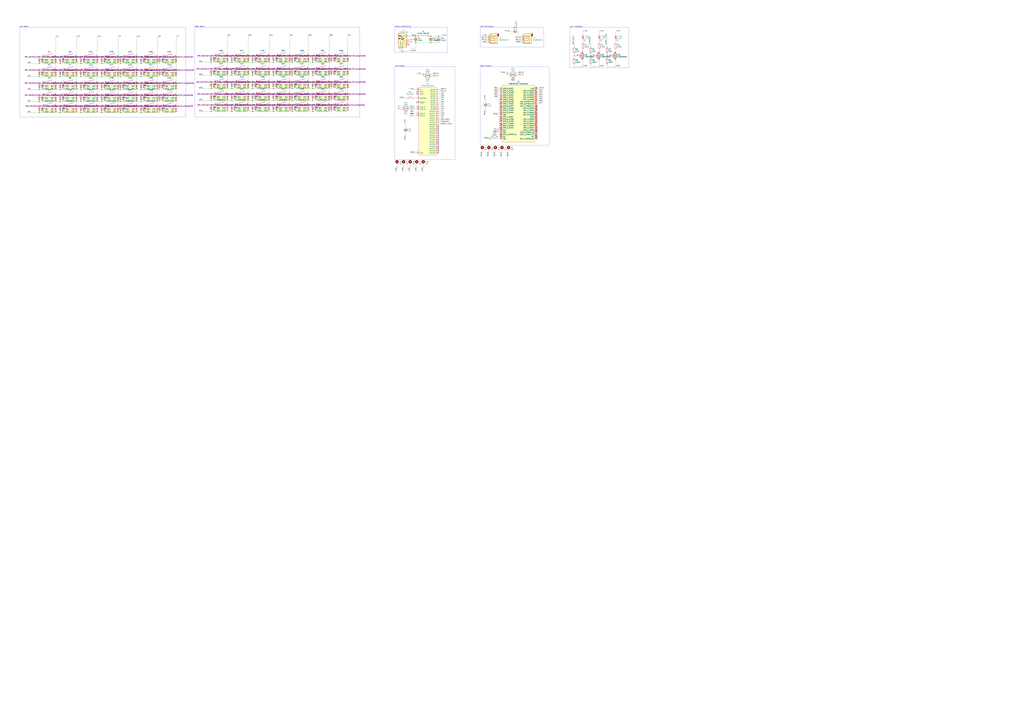
<source format=kicad_sch>
(kicad_sch (version 20211123) (generator eeschema)
  (paper "A0")
  (lib_symbols
    (symbol "Connector:AudioJack4"
      (property "Reference" "J" (at 0 8.89 0))
      (property "Value" "AudioJack4" (at 0 6.35 0))
      (symbol "AudioJack4_1_1"
        (pin passive line (at 5.08 -2.54 180) (length 2.54) (name "~") (number "R1"))
        (pin passive line (at 5.08 0 180) (length 2.54) (name "~") (number "R2"))
        (pin passive line (at 5.08 2.54 180) (length 2.54) (name "~") (number "S"))
        (pin passive line (at 5.08 -5.08 180) (length 2.54) (name "~") (number "T"))
      )
    )
    (symbol "Connector:TestPoint" (pin_numbers hide) (pin_names (offset 0.762) hide)
      (property "Reference" "TP" (at 0 6.858 0))
      (property "Value" "TestPoint" (at 0 5.08 0))
      (symbol "TestPoint_1_1"
        (pin passive line (at 0 0 90) (length 2.54) (name "1") (number "1"))
      )
    )
    (symbol "Device:C" (pin_numbers hide) (pin_names (offset 0.254))
      (property "Reference" "C" (at 0.635 2.54 0))
      (property "Value" "C" (at 0.635 -2.54 0))
      (symbol "C_1_1"
        (pin passive line (at 0 3.81 270) (length 2.794) (name "~") (number "1"))
        (pin passive line (at 0 -3.81 90) (length 2.794) (name "~") (number "2"))
      )
    )
    (symbol "Device:CP" (pin_numbers hide) (pin_names (offset 0.254))
      (property "Reference" "C" (at 0.635 2.54 0))
      (property "Value" "Device_CP" (at 0.635 -2.54 0))
      (symbol "CP_1_1"
        (pin passive line (at 0 3.81 270) (length 2.794) (name "~") (number "1"))
        (pin passive line (at 0 -3.81 90) (length 2.794) (name "~") (number "2"))
      )
    )
    (symbol "Device:D" (pin_numbers hide) (pin_names (offset 1.016) hide)
      (property "Reference" "D" (at 0 2.54 0))
      (property "Value" "D" (at 0 -2.54 0))
      (symbol "D_1_1"
        (pin passive line (at -3.81 0 0) (length 2.54) (name "K") (number "1"))
        (pin passive line (at 3.81 0 180) (length 2.54) (name "A") (number "2"))
      )
    )
    (symbol "Device:D_Schottky" (pin_numbers hide) (pin_names (offset 1.016) hide)
      (property "Reference" "D" (at 0 2.54 0))
      (property "Value" "D_Schottky" (at 0 -2.54 0))
      (symbol "D_Schottky_1_1"
        (pin passive line (at -3.81 0 0) (length 2.54) (name "K") (number "1"))
        (pin passive line (at 3.81 0 180) (length 2.54) (name "A") (number "2"))
      )
    )
    (symbol "Device:LED" (pin_numbers hide) (pin_names (offset 1.016) hide)
      (property "Reference" "D" (at 0 2.54 0))
      (property "Value" "LED" (at 0 -2.54 0))
      (symbol "LED_1_1"
        (pin passive line (at -3.81 0 0) (length 2.54) (name "K") (number "1"))
        (pin passive line (at 3.81 0 180) (length 2.54) (name "A") (number "2"))
      )
    )
    (symbol "Device:R" (pin_numbers hide) (pin_names (offset 0))
      (property "Reference" "R" (at 2.032 0 90))
      (property "Value" "R" (at 0 0 90))
      (symbol "R_1_1"
        (pin passive line (at 0 3.81 270) (length 1.27) (name "~") (number "1"))
        (pin passive line (at 0 -3.81 90) (length 1.27) (name "~") (number "2"))
      )
    )
    (symbol "Mechanical:MountingHole_Pad" (pin_numbers hide) (pin_names (offset 1.016) hide)
      (property "Reference" "H" (at 0 6.35 0))
      (property "Value" "MountingHole_Pad" (at 0 4.445 0))
      (symbol "MountingHole_Pad_1_1"
        (pin input line (at 0 -2.54 90) (length 2.54) (name "1") (number "1"))
      )
    )
    (symbol "RP2040_Stamp:RP2040_Stamp" (pin_names (offset 1.016))
      (property "Reference" "U" (at 0 43.18 0))
      (property "Value" "RP2040_Stamp_RP2040_Stamp" (at 0 -38.1 0))
      (symbol "RP2040_Stamp_0_0"
        (pin bidirectional line (at 12.7 39.37 180) (length 2.54) (name "GPIO0") (number "1"))
        (pin bidirectional line (at 12.7 16.51 180) (length 2.54) (name "GPIO9") (number "10"))
        (pin bidirectional line (at 12.7 13.97 180) (length 2.54) (name "GPIO10") (number "11"))
        (pin bidirectional line (at 12.7 11.43 180) (length 2.54) (name "GPIO11") (number "12"))
        (pin bidirectional line (at 12.7 8.89 180) (length 2.54) (name "GPIO12") (number "13"))
        (pin bidirectional line (at 12.7 6.35 180) (length 2.54) (name "GPIO13") (number "14"))
        (pin bidirectional line (at 12.7 3.81 180) (length 2.54) (name "GPIO14") (number "15"))
        (pin bidirectional line (at 12.7 1.27 180) (length 2.54) (name "GPIO15") (number "16"))
        (pin bidirectional line (at 12.7 -1.27 180) (length 2.54) (name "GPIO16") (number "17"))
        (pin bidirectional line (at 12.7 -3.81 180) (length 2.54) (name "GPIO17") (number "18"))
        (pin bidirectional line (at 12.7 -6.35 180) (length 2.54) (name "GPIO18") (number "19"))
        (pin bidirectional line (at 12.7 36.83 180) (length 2.54) (name "GPIO1") (number "2"))
        (pin bidirectional line (at 12.7 -8.89 180) (length 2.54) (name "GPIO19") (number "20"))
        (pin bidirectional line (at 12.7 -11.43 180) (length 2.54) (name "GPIO20") (number "21"))
        (pin bidirectional line (at 12.7 -13.97 180) (length 2.54) (name "GPIO21") (number "22"))
        (pin bidirectional line (at 12.7 -16.51 180) (length 2.54) (name "GPIO22") (number "23"))
        (pin bidirectional line (at 12.7 -19.05 180) (length 2.54) (name "GPIO23") (number "24"))
        (pin bidirectional line (at 12.7 -21.59 180) (length 2.54) (name "GPIO24") (number "25"))
        (pin bidirectional line (at 12.7 -24.13 180) (length 2.54) (name "GPIO25") (number "26"))
        (pin bidirectional line (at 12.7 -26.67 180) (length 2.54) (name "GPIO26") (number "27"))
        (pin bidirectional line (at 12.7 -29.21 180) (length 2.54) (name "GPIO27") (number "28"))
        (pin bidirectional line (at 12.7 -31.75 180) (length 2.54) (name "GPIO28") (number "29"))
        (pin bidirectional line (at 12.7 34.29 180) (length 2.54) (name "GPIO2") (number "3"))
        (pin bidirectional line (at 12.7 -34.29 180) (length 2.54) (name "GPIO29") (number "30"))
        (pin power_in line (at -12.7 -34.29 0) (length 2.54) (name "GND") (number "31"))
        (pin power_in line (at -12.7 34.29 0) (length 2.54) (name "VBAT") (number "32"))
        (pin power_in line (at -12.7 39.37 0) (length 2.54) (name "5V") (number "33"))
        (pin power_out line (at -12.7 36.83 0) (length 2.54) (name "3.3V") (number "34"))
        (pin bidirectional line (at -12.7 19.05 0) (length 2.54) (name "USB_D-") (number "35"))
        (pin bidirectional line (at -12.7 16.51 0) (length 2.54) (name "USB_D+") (number "36"))
        (pin bidirectional line (at -12.7 11.43 0) (length 2.54) (name "SWDIO") (number "37"))
        (pin input line (at -12.7 8.89 0) (length 2.54) (name "SWCLK") (number "38"))
        (pin bidirectional line (at -12.7 24.13 0) (length 2.54) (name "~{RESET}") (number "39"))
        (pin bidirectional line (at 12.7 31.75 180) (length 2.54) (name "GPIO3") (number "4"))
        (pin input line (at -12.7 29.21 0) (length 2.54) (name "BOOTSEL") (number "40"))
        (pin bidirectional line (at 12.7 29.21 180) (length 2.54) (name "GPIO4") (number "5"))
        (pin bidirectional line (at 12.7 26.67 180) (length 2.54) (name "GPIO5") (number "6"))
        (pin bidirectional line (at 12.7 24.13 180) (length 2.54) (name "GPIO6") (number "7"))
        (pin bidirectional line (at 12.7 21.59 180) (length 2.54) (name "GPIO7") (number "8"))
        (pin bidirectional line (at 12.7 19.05 180) (length 2.54) (name "GPIO8") (number "9"))
      )
    )
    (symbol "Switch:SW_Push" (pin_numbers hide) (pin_names (offset 1.016) hide)
      (property "Reference" "SW" (at 1.27 2.54 0))
      (property "Value" "SW_Push" (at 0 -1.524 0))
      (symbol "SW_Push_0_1"
        (pin passive line (at -5.08 0 0) (length 2.54) (name "1") (number "1"))
        (pin passive line (at 5.08 0 180) (length 2.54) (name "2") (number "2"))
      )
    )
    (symbol "Transistor_FET:DMG2302U" (pin_names hide)
      (property "Reference" "Q" (at 5.08 1.905 0))
      (property "Value" "DMG2302U" (at 5.08 0 0))
      (symbol "DMG2302U_1_1"
        (pin input line (at -5.08 0 0) (length 2.54) (name "G") (number "1"))
        (pin passive line (at 2.54 -5.08 90) (length 2.54) (name "S") (number "2"))
        (pin passive line (at 2.54 5.08 270) (length 2.54) (name "D") (number "3"))
      )
    )
    (symbol "WM_lib:CY8C9540A-IOExpander" (pin_names (offset 1.016))
      (property "Reference" "U" (at 0 -35.56 0))
      (property "Value" "WM_lib_CY8C9540A-IOExpander" (at 0 34.29 0))
      (symbol "CY8C9540A-IOExpander_1_1"
        (pin bidirectional line (at -21.59 29.21 0) (length 2.54) (name "GP0_0_PWM7") (number "1"))
        (pin bidirectional line (at -21.59 6.35 0) (length 2.54) (name "GP3_1_PWM5") (number "10"))
        (pin bidirectional line (at -21.59 3.81 0) (length 2.54) (name "GP3_2_PWM3") (number "11"))
        (pin bidirectional line (at -21.59 1.27 0) (length 2.54) (name "GP3_3_PWM1") (number "12"))
        (pin power_in line (at -21.59 -1.27 0) (length 2.54) (name "VSS") (number "13"))
        (pin bidirectional line (at -21.59 -3.81 0) (length 2.54) (name "GP3_4_PWM7") (number "14"))
        (pin bidirectional line (at -21.59 -6.35 0) (length 2.54) (name "GP3_5_PWM5") (number "15"))
        (pin bidirectional line (at -21.59 -8.89 0) (length 2.54) (name "GP3_6_PWM3") (number "16"))
        (pin bidirectional line (at -21.59 -11.43 0) (length 2.54) (name "GP3_7_PWM1") (number "17"))
        (pin bidirectional line (at -21.59 -13.97 0) (length 2.54) (name "GP5_2_PWM3") (number "18"))
        (pin bidirectional line (at -21.59 -16.51 0) (length 2.54) (name "GP5_3_PWM1") (number "19"))
        (pin bidirectional line (at -21.59 26.67 0) (length 2.54) (name "GP0_1_PWM5") (number "2"))
        (pin bidirectional line (at -21.59 -19.05 0) (length 2.54) (name "SCL") (number "20"))
        (pin bidirectional line (at -21.59 -21.59 0) (length 2.54) (name "SDA") (number "21"))
        (pin bidirectional line (at -21.59 -24.13 0) (length 2.54) (name "GP2_3_PWM3/A1") (number "22"))
        (pin input line (at -21.59 -26.67 0) (length 2.54) (name "A0") (number "23"))
        (pin power_in line (at -21.59 -29.21 0) (length 2.54) (name "VSS") (number "24"))
        (pin bidirectional line (at 21.59 -29.21 180) (length 2.54) (name "GP2_2_PWM0/WD") (number "25"))
        (pin output line (at 21.59 -26.67 180) (length 2.54) (name "INT") (number "26"))
        (pin bidirectional line (at 21.59 -24.13 180) (length 2.54) (name "GP2_1_PWM4/A2") (number "27"))
        (pin bidirectional line (at 21.59 -21.59 180) (length 2.54) (name "GP2_0_PWM6/A3") (number "28"))
        (pin bidirectional line (at 21.59 -19.05 180) (length 2.54) (name "GP5_1_PWM0") (number "29"))
        (pin bidirectional line (at -21.59 24.13 0) (length 2.54) (name "GP0_2_PWM3") (number "3"))
        (pin bidirectional line (at 21.59 -16.51 180) (length 2.54) (name "GP5_0_PWM2") (number "30"))
        (pin bidirectional line (at 21.59 -13.97 180) (length 2.54) (name "GP4_7_PWM0") (number "31"))
        (pin bidirectional line (at 21.59 -11.43 180) (length 2.54) (name "GP4_6_PWM2") (number "32"))
        (pin bidirectional line (at 21.59 -8.89 180) (length 2.54) (name "GP4_5_PWM4") (number "33"))
        (pin bidirectional line (at 21.59 -6.35 180) (length 2.54) (name "GP4_4_PWM6") (number "34"))
        (pin input line (at 21.59 -3.81 180) (length 2.54) (name "XRES") (number "35"))
        (pin bidirectional line (at 21.59 -1.27 180) (length 2.54) (name "GP4_3_PWM0") (number "36"))
        (pin bidirectional line (at 21.59 1.27 180) (length 2.54) (name "GP4_2_PWM2") (number "37"))
        (pin bidirectional line (at 21.59 3.81 180) (length 2.54) (name "GP4_1_PWM4") (number "38"))
        (pin bidirectional line (at 21.59 6.35 180) (length 2.54) (name "GP4_0_PWM6") (number "39"))
        (pin bidirectional line (at -21.59 21.59 0) (length 2.54) (name "GP0_3_PWM1") (number "4"))
        (pin bidirectional line (at 21.59 8.89 180) (length 2.54) (name "GP1_7_PWM0/A4") (number "40"))
        (pin bidirectional line (at 21.59 11.43 180) (length 2.54) (name "GP1_6_PWM2/A5") (number "41"))
        (pin bidirectional line (at 21.59 13.97 180) (length 2.54) (name "GP1_5_PWM4/A6") (number "42"))
        (pin bidirectional line (at 21.59 16.51 180) (length 2.54) (name "GP1_4_PWM6") (number "43"))
        (pin bidirectional line (at 21.59 19.05 180) (length 2.54) (name "GP1_3_PWM0") (number "44"))
        (pin bidirectional line (at 21.59 21.59 180) (length 2.54) (name "GP1_2_PWM2") (number "45"))
        (pin bidirectional line (at 21.59 24.13 180) (length 2.54) (name "GP1_1_PWM4") (number "46"))
        (pin bidirectional line (at 21.59 26.67 180) (length 2.54) (name "GP1_0_PWM6") (number "47"))
        (pin power_in line (at 21.59 29.21 180) (length 2.54) (name "VDD") (number "48"))
        (pin bidirectional line (at -21.59 19.05 0) (length 2.54) (name "GP0_4_PWM7") (number "5"))
        (pin bidirectional line (at -21.59 16.51 0) (length 2.54) (name "GP0_5_PWM5") (number "6"))
        (pin bidirectional line (at -21.59 13.97 0) (length 2.54) (name "GP0_6_PWM3") (number "7"))
        (pin bidirectional line (at -21.59 11.43 0) (length 2.54) (name "GP0_7_PWM1") (number "8"))
        (pin bidirectional line (at -21.59 8.89 0) (length 2.54) (name "GP3_0_PWM7") (number "9"))
      )
    )
    (symbol "WM_lib:KEYSW_ws2812" (pin_names (offset 1.016))
      (property "Reference" "K?" (at 0 5.08 0))
      (symbol "KEYSW_ws2812_1_1"
        (pin passive line (at 7.62 0 180) (length 1.27) (name "~") (number "1"))
        (pin passive line (at -7.62 0 0) (length 1.27) (name "~") (number "2"))
        (pin power_in line (at -8.89 -3.81 0) (length 2.54) (name "VDD") (number "3"))
        (pin output line (at -8.89 -6.35 0) (length 2.54) (name "DOUT") (number "4"))
        (pin power_in line (at 8.89 -6.35 180) (length 2.54) (name "GND") (number "5"))
        (pin input line (at 8.89 -3.81 180) (length 2.54) (name "DIN") (number "6"))
      )
    )
    (symbol "Yet-Another-Modified-Redox-rescue:USB_B_Mini-Connector" (pin_names (offset 1.016))
      (property "Reference" "J" (at -5.08 11.43 0))
      (property "Value" "Yet-Another-Modified-Redox-rescue_USB_B_Mini-Connector" (at -5.08 8.89 0))
      (symbol "USB_B_Mini-Connector_1_1"
        (pin power_out line (at 7.62 5.08 180) (length 2.54) (name "VBUS") (number "1"))
        (pin passive line (at 7.62 -2.54 180) (length 2.54) (name "D-") (number "2"))
        (pin passive line (at 7.62 0 180) (length 2.54) (name "D+") (number "3"))
        (pin passive line (at 7.62 -5.08 180) (length 2.54) (name "ID") (number "4"))
        (pin power_out line (at 0 -10.16 90) (length 2.54) (name "GND") (number "5"))
        (pin passive line (at -2.54 -10.16 90) (length 2.54) (name "Shield") (number "6"))
      )
    )
    (symbol "pspice:INDUCTOR" (pin_numbers hide) (pin_names (offset 0))
      (property "Reference" "L" (at 0 2.54 0))
      (property "Value" "INDUCTOR" (at 0 -1.27 0))
      (symbol "INDUCTOR_1_1"
        (pin input line (at -6.35 0 0) (length 1.27) (name "1") (number "1"))
        (pin input line (at 6.35 0 180) (length 1.27) (name "2") (number "2"))
      )
    )
  )
  (junction (at 509.27 41.91))
  (junction (at 93.98 130.81))
  (junction (at 269.24 72.39))
  (junction (at 45.72 130.81))
  (junction (at 312.42 64.77))
  (junction (at 382.27 95.25))
  (junction (at 339.09 102.87))
  (junction (at 45.72 73.66))
  (junction (at 204.47 81.28))
  (junction (at 317.5 116.84))
  (junction (at 245.11 102.87))
  (junction (at 363.22 116.84))
  (junction (at 339.09 87.63))
  (junction (at 182.88 66.04))
  (junction (at 137.16 81.28))
  (junction (at 137.16 96.52))
  (junction (at 336.55 80.01))
  (junction (at 204.47 66.04))
  (junction (at 358.14 95.25))
  (junction (at 45.72 118.11))
  (junction (at 93.98 88.9))
  (junction (at 666.75 64.77))
  (junction (at 293.37 102.87))
  (junction (at 264.16 64.77))
  (junction (at 163.83 118.11))
  (junction (at 358.14 64.77))
  (junction (at 245.11 116.84))
  (junction (at 358.14 80.01))
  (junction (at 118.11 88.9))
  (junction (at 403.86 109.22))
  (junction (at 69.85 118.11))
  (junction (at 64.77 96.52))
  (junction (at 312.42 80.01))
  (junction (at 568.96 161.29))
  (junction (at 500.38 49.53))
  (junction (at 69.85 104.14))
  (junction (at 403.86 80.01))
  (junction (at 45.72 104.14))
  (junction (at 163.83 104.14))
  (junction (at 589.28 85.09))
  (junction (at 336.55 109.22))
  (junction (at 264.16 95.25))
  (junction (at 288.29 80.01))
  (junction (at 317.5 87.63))
  (junction (at 113.03 66.04))
  (junction (at 336.55 64.77))
  (junction (at 382.27 80.01))
  (junction (at 317.5 129.54))
  (junction (at 363.22 129.54))
  (junction (at 113.03 96.52))
  (junction (at 382.27 64.77))
  (junction (at 118.11 73.66))
  (junction (at 245.11 72.39))
  (junction (at 336.55 95.25))
  (junction (at 158.75 110.49))
  (junction (at 482.6 41.91))
  (junction (at 163.83 130.81))
  (junction (at 93.98 73.66))
  (junction (at 339.09 129.54))
  (junction (at 293.37 72.39))
  (junction (at 293.37 129.54))
  (junction (at 685.8 64.77))
  (junction (at 163.83 88.9))
  (junction (at 139.7 118.11))
  (junction (at 158.75 66.04))
  (junction (at 403.86 95.25))
  (junction (at 363.22 87.63))
  (junction (at 69.85 130.81))
  (junction (at 317.5 72.39))
  (junction (at 264.16 80.01))
  (junction (at 204.47 110.49))
  (junction (at 269.24 87.63))
  (junction (at 118.11 118.11))
  (junction (at 269.24 129.54))
  (junction (at 88.9 96.52))
  (junction (at 403.86 64.77))
  (junction (at 293.37 87.63))
  (junction (at 288.29 109.22))
  (junction (at 139.7 73.66))
  (junction (at 288.29 64.77))
  (junction (at 358.14 109.22))
  (junction (at 339.09 72.39))
  (junction (at 482.6 49.53))
  (junction (at 137.16 66.04))
  (junction (at 264.16 109.22))
  (junction (at 139.7 104.14))
  (junction (at 704.85 64.77))
  (junction (at 118.11 130.81))
  (junction (at 139.7 130.81))
  (junction (at 245.11 129.54))
  (junction (at 182.88 81.28))
  (junction (at 500.38 41.91))
  (junction (at 118.11 104.14))
  (junction (at 93.98 118.11))
  (junction (at 312.42 95.25))
  (junction (at 137.16 110.49))
  (junction (at 363.22 72.39))
  (junction (at 45.72 88.9))
  (junction (at 293.37 116.84))
  (junction (at 382.27 109.22))
  (junction (at 158.75 81.28))
  (junction (at 113.03 81.28))
  (junction (at 69.85 88.9))
  (junction (at 93.98 104.14))
  (junction (at 64.77 81.28))
  (junction (at 88.9 66.04))
  (junction (at 317.5 102.87))
  (junction (at 163.83 73.66))
  (junction (at 363.22 102.87))
  (junction (at 312.42 109.22))
  (junction (at 182.88 110.49))
  (junction (at 139.7 88.9))
  (junction (at 269.24 102.87))
  (junction (at 245.11 87.63))
  (junction (at 69.85 73.66))
  (junction (at 88.9 110.49))
  (junction (at 182.88 96.52))
  (junction (at 64.77 66.04))
  (junction (at 204.47 96.52))
  (junction (at 467.36 59.69))
  (junction (at 88.9 81.28))
  (junction (at 491.49 86.36))
  (junction (at 158.75 96.52))
  (junction (at 64.77 110.49))
  (junction (at 113.03 110.49))
  (junction (at 339.09 116.84))
  (junction (at 288.29 95.25))
  (junction (at 269.24 116.84))
  (no_connect (at 623.57 153.67))
  (no_connect (at 509.27 154.94))
  (no_connect (at 623.57 161.29))
  (no_connect (at 509.27 152.4))
  (no_connect (at 580.39 146.05))
  (no_connect (at 509.27 160.02))
  (no_connect (at 474.98 52.07))
  (no_connect (at 580.39 156.21))
  (no_connect (at 483.87 109.22))
  (no_connect (at 483.87 119.38))
  (no_connect (at 509.27 175.26))
  (no_connect (at 580.39 115.57))
  (no_connect (at 623.57 135.89))
  (no_connect (at 623.57 133.35))
  (no_connect (at 580.39 138.43))
  (no_connect (at 580.39 118.11))
  (no_connect (at 623.57 151.13))
  (no_connect (at 483.87 106.68))
  (no_connect (at 623.57 123.19))
  (no_connect (at 580.39 135.89))
  (no_connect (at 509.27 157.48))
  (no_connect (at 623.57 130.81))
  (no_connect (at 623.57 156.21))
  (no_connect (at 509.27 165.1))
  (no_connect (at 509.27 149.86))
  (no_connect (at 580.39 130.81))
  (no_connect (at 623.57 125.73))
  (no_connect (at 509.27 177.8))
  (no_connect (at 509.27 172.72))
  (no_connect (at 623.57 148.59))
  (no_connect (at 580.39 123.19))
  (no_connect (at 623.57 158.75))
  (no_connect (at 623.57 146.05))
  (no_connect (at 623.57 138.43))
  (no_connect (at 623.57 140.97))
  (no_connect (at 580.39 140.97))
  (no_connect (at 623.57 128.27))
  (no_connect (at 580.39 148.59))
  (no_connect (at 580.39 120.65))
  (no_connect (at 509.27 167.64))
  (no_connect (at 580.39 125.73))
  (no_connect (at 509.27 170.18))
  (no_connect (at 580.39 128.27))
  (no_connect (at 580.39 143.51))
  (no_connect (at 509.27 147.32))
  (no_connect (at 623.57 143.51))
  (no_connect (at 509.27 162.56))
  (wire (pts (xy 568.96 158.75) (xy 568.96 161.29)))
  (wire (pts (xy 384.81 102.87) (xy 363.22 102.87)))
  (wire (pts (xy 623.57 105.41) (xy 626.11 105.41)))
  (wire (pts (xy 500.38 49.53) (xy 509.27 49.53)))
  (wire (pts (xy 163.83 130.81) (xy 139.7 130.81)))
  (wire (pts (xy 567.69 176.53) (xy 567.69 175.26)))
  (wire (pts (xy 158.75 96.52) (xy 158.75 110.49)))
  (wire (pts (xy 163.83 118.11) (xy 139.7 118.11)))
  (wire (pts (xy 467.36 59.69) (xy 477.52 59.69)))
  (wire (pts (xy 288.29 95.25) (xy 288.29 109.22)))
  (wire (pts (xy 509.27 116.84) (xy 511.81 116.84)))
  (wire (pts (xy 384.81 95.25) (xy 388.62 95.25)))
  (wire (pts (xy 358.14 80.01) (xy 358.14 95.25)))
  (wire (pts (xy 293.37 109.22) (xy 297.18 109.22)))
  (wire (pts (xy 158.75 66.04) (xy 158.75 81.28)))
  (wire (pts (xy 88.9 81.28) (xy 88.9 96.52)))
  (polyline (pts (xy 519.43 31.75) (xy 458.47 31.75)))
  (wire (pts (xy 704.85 64.77) (xy 704.85 67.31)))
  (wire (pts (xy 264.16 64.77) (xy 264.16 80.01)))
  (wire (pts (xy 363.22 95.25) (xy 367.03 95.25)))
  (wire (pts (xy 269.24 95.25) (xy 273.05 95.25)))
  (polyline (pts (xy 661.67 31.75) (xy 730.25 31.75)))
  (wire (pts (xy 358.14 64.77) (xy 358.14 80.01)))
  (wire (pts (xy 688.34 64.77) (xy 685.8 64.77)))
  (wire (pts (xy 685.8 62.23) (xy 685.8 64.77)))
  (wire (pts (xy 139.7 110.49) (xy 143.51 110.49)))
  (wire (pts (xy 139.7 123.19) (xy 143.51 123.19)))
  (wire (pts (xy 204.47 81.28) (xy 204.47 96.52)))
  (wire (pts (xy 113.03 66.04) (xy 113.03 81.28)))
  (wire (pts (xy 118.11 96.52) (xy 121.92 96.52)))
  (wire (pts (xy 264.16 109.22) (xy 264.16 121.92)))
  (polyline (pts (xy 557.53 54.61) (xy 631.19 54.61)))
  (wire (pts (xy 264.16 80.01) (xy 264.16 95.25)))
  (wire (pts (xy 482.6 55.88) (xy 477.52 55.88)))
  (wire (pts (xy 580.39 153.67) (xy 579.12 153.67)))
  (wire (pts (xy 245.11 109.22) (xy 248.92 109.22)))
  (wire (pts (xy 339.09 129.54) (xy 317.5 129.54)))
  (wire (pts (xy 269.24 87.63) (xy 245.11 87.63)))
  (wire (pts (xy 185.42 66.04) (xy 189.23 66.04)))
  (wire (pts (xy 560.07 176.53) (xy 560.07 175.26)))
  (polyline (pts (xy 557.53 168.91) (xy 557.53 77.47)))
  (wire (pts (xy 577.85 107.95) (xy 580.39 107.95)))
  (wire (pts (xy 339.09 72.39) (xy 317.5 72.39)))
  (wire (pts (xy 317.5 109.22) (xy 321.31 109.22)))
  (wire (pts (xy 509.27 142.24) (xy 511.81 142.24)))
  (wire (pts (xy 511.81 134.62) (xy 509.27 134.62)))
  (wire (pts (xy 88.9 110.49) (xy 88.9 123.19)))
  (wire (pts (xy 69.85 123.19) (xy 73.66 123.19)))
  (wire (pts (xy 185.42 104.14) (xy 163.83 104.14)))
  (wire (pts (xy 509.27 111.76) (xy 511.81 111.76)))
  (wire (pts (xy 482.6 49.53) (xy 482.6 55.88)))
  (wire (pts (xy 339.09 121.92) (xy 342.9 121.92)))
  (wire (pts (xy 118.11 118.11) (xy 139.7 118.11)))
  (polyline (pts (xy 661.67 78.74) (xy 661.67 31.75)))
  (wire (pts (xy 245.11 116.84) (xy 269.24 116.84)))
  (wire (pts (xy 69.85 118.11) (xy 93.98 118.11)))
  (polyline (pts (xy 528.32 77.47) (xy 528.32 185.42)))
  (wire (pts (xy 163.83 81.28) (xy 167.64 81.28)))
  (wire (pts (xy 118.11 130.81) (xy 93.98 130.81)))
  (polyline (pts (xy 226.06 135.89) (xy 417.83 135.89)))
  (wire (pts (xy 590.55 176.53) (xy 590.55 175.26)))
  (wire (pts (xy 467.36 57.15) (xy 467.36 59.69)))
  (wire (pts (xy 264.16 95.25) (xy 264.16 109.22)))
  (wire (pts (xy 509.27 127) (xy 511.81 127)))
  (wire (pts (xy 139.7 66.04) (xy 143.51 66.04)))
  (wire (pts (xy 245.11 80.01) (xy 248.92 80.01)))
  (wire (pts (xy 589.28 85.09) (xy 591.82 85.09)))
  (wire (pts (xy 511.81 124.46) (xy 509.27 124.46)))
  (wire (pts (xy 317.5 72.39) (xy 293.37 72.39)))
  (wire (pts (xy 293.37 129.54) (xy 269.24 129.54)))
  (wire (pts (xy 185.42 73.66) (xy 163.83 73.66)))
  (polyline (pts (xy 458.47 60.96) (xy 519.43 60.96)))
  (wire (pts (xy 509.27 41.91) (xy 513.08 41.91)))
  (wire (pts (xy 269.24 121.92) (xy 273.05 121.92)))
  (wire (pts (xy 64.77 96.52) (xy 64.77 110.49)))
  (wire (pts (xy 474.98 127) (xy 483.87 127)))
  (wire (pts (xy 563.88 118.11) (xy 563.88 115.57)))
  (wire (pts (xy 245.11 121.92) (xy 248.92 121.92)))
  (wire (pts (xy 137.16 96.52) (xy 137.16 110.49)))
  (wire (pts (xy 623.57 110.49) (xy 626.11 110.49)))
  (wire (pts (xy 704.85 62.23) (xy 704.85 64.77)))
  (wire (pts (xy 288.29 41.91) (xy 288.29 64.77)))
  (wire (pts (xy 482.6 49.53) (xy 500.38 49.53)))
  (wire (pts (xy 31.75 130.81) (xy 45.72 130.81)))
  (wire (pts (xy 715.01 36.83) (xy 715.01 39.37)))
  (wire (pts (xy 336.55 109.22) (xy 336.55 121.92)))
  (wire (pts (xy 511.81 139.7) (xy 509.27 139.7)))
  (wire (pts (xy 666.75 52.07) (xy 666.75 54.61)))
  (wire (pts (xy 118.11 73.66) (xy 93.98 73.66)))
  (wire (pts (xy 509.27 104.14) (xy 511.81 104.14)))
  (wire (pts (xy 93.98 104.14) (xy 69.85 104.14)))
  (wire (pts (xy 185.42 130.81) (xy 163.83 130.81)))
  (wire (pts (xy 384.81 72.39) (xy 363.22 72.39)))
  (wire (pts (xy 293.37 87.63) (xy 317.5 87.63)))
  (wire (pts (xy 139.7 96.52) (xy 143.51 96.52)))
  (wire (pts (xy 45.72 81.28) (xy 49.53 81.28)))
  (wire (pts (xy 403.86 64.77) (xy 403.86 80.01)))
  (wire (pts (xy 676.91 57.15) (xy 676.91 59.69)))
  (wire (pts (xy 245.11 95.25) (xy 248.92 95.25)))
  (wire (pts (xy 468.63 194.31) (xy 468.63 191.77)))
  (wire (pts (xy 339.09 95.25) (xy 342.9 95.25)))
  (wire (pts (xy 601.98 36.83) (xy 601.98 41.91)))
  (wire (pts (xy 363.22 87.63) (xy 339.09 87.63)))
  (polyline (pts (xy 458.47 185.42) (xy 458.47 77.47)))
  (wire (pts (xy 577.85 113.03) (xy 580.39 113.03)))
  (wire (pts (xy 575.31 176.53) (xy 575.31 175.26)))
  (wire (pts (xy 605.79 46.99) (xy 604.52 46.99)))
  (wire (pts (xy 245.11 129.54) (xy 269.24 129.54)))
  (wire (pts (xy 599.44 85.09) (xy 601.98 85.09)))
  (polyline (pts (xy 417.83 31.75) (xy 226.06 31.75)))
  (wire (pts (xy 69.85 81.28) (xy 73.66 81.28)))
  (wire (pts (xy 491.49 86.36) (xy 488.95 86.36)))
  (wire (pts (xy 695.96 46.99) (xy 695.96 49.53)))
  (wire (pts (xy 64.77 43.18) (xy 64.77 66.04)))
  (polyline (pts (xy 557.53 31.75) (xy 557.53 54.61)))
  (wire (pts (xy 118.11 81.28) (xy 121.92 81.28)))
  (wire (pts (xy 715.01 69.85) (xy 715.01 77.47)))
  (wire (pts (xy 382.27 80.01) (xy 382.27 95.25)))
  (wire (pts (xy 363.22 102.87) (xy 339.09 102.87)))
  (wire (pts (xy 363.22 80.01) (xy 367.03 80.01)))
  (wire (pts (xy 491.49 88.9) (xy 492.76 88.9)))
  (wire (pts (xy 69.85 88.9) (xy 45.72 88.9)))
  (wire (pts (xy 589.28 85.09) (xy 589.28 87.63)))
  (wire (pts (xy 500.38 41.91) (xy 509.27 41.91)))
  (wire (pts (xy 269.24 80.01) (xy 273.05 80.01)))
  (wire (pts (xy 137.16 43.18) (xy 137.16 66.04)))
  (wire (pts (xy 113.03 43.18) (xy 113.03 66.04)))
  (wire (pts (xy 163.83 110.49) (xy 167.64 110.49)))
  (wire (pts (xy 113.03 96.52) (xy 113.03 110.49)))
  (wire (pts (xy 293.37 121.92) (xy 297.18 121.92)))
  (wire (pts (xy 312.42 41.91) (xy 312.42 64.77)))
  (wire (pts (xy 113.03 110.49) (xy 113.03 123.19)))
  (wire (pts (xy 582.93 176.53) (xy 582.93 175.26)))
  (wire (pts (xy 685.8 64.77) (xy 685.8 67.31)))
  (wire (pts (xy 685.8 74.93) (xy 685.8 77.47)))
  (wire (pts (xy 339.09 102.87) (xy 317.5 102.87)))
  (wire (pts (xy 570.23 158.75) (xy 568.96 158.75)))
  (wire (pts (xy 93.98 66.04) (xy 97.79 66.04)))
  (wire (pts (xy 231.14 129.54) (xy 245.11 129.54)))
  (wire (pts (xy 695.96 57.15) (xy 695.96 59.69)))
  (wire (pts (xy 204.47 110.49) (xy 204.47 123.19)))
  (wire (pts (xy 185.42 88.9) (xy 163.83 88.9)))
  (wire (pts (xy 566.42 46.99) (xy 565.15 46.99)))
  (wire (pts (xy 685.8 52.07) (xy 685.8 54.61)))
  (wire (pts (xy 384.81 121.92) (xy 388.62 121.92)))
  (wire (pts (xy 715.01 57.15) (xy 715.01 59.69)))
  (wire (pts (xy 163.83 104.14) (xy 139.7 104.14)))
  (wire (pts (xy 704.85 77.47) (xy 715.01 77.47)))
  (wire (pts (xy 69.85 88.9) (xy 93.98 88.9)))
  (wire (pts (xy 586.74 85.09) (xy 589.28 85.09)))
  (wire (pts (xy 163.83 88.9) (xy 139.7 88.9)))
  (wire (pts (xy 464.82 57.15) (xy 464.82 59.69)))
  (wire (pts (xy 601.98 41.91) (xy 605.79 41.91)))
  (wire (pts (xy 336.55 80.01) (xy 336.55 95.25)))
  (wire (pts (xy 339.09 64.77) (xy 342.9 64.77)))
  (polyline (pts (xy 730.25 78.74) (xy 661.67 78.74)))
  (wire (pts (xy 231.14 102.87) (xy 245.11 102.87)))
  (wire (pts (xy 31.75 104.14) (xy 45.72 104.14)))
  (wire (pts (xy 474.98 124.46) (xy 483.87 124.46)))
  (wire (pts (xy 137.16 81.28) (xy 137.16 96.52)))
  (wire (pts (xy 358.14 109.22) (xy 358.14 121.92)))
  (wire (pts (xy 471.17 147.32) (xy 471.17 143.51)))
  (wire (pts (xy 384.81 80.01) (xy 388.62 80.01)))
  (wire (pts (xy 45.72 104.14) (xy 69.85 104.14)))
  (wire (pts (xy 563.88 128.27) (xy 563.88 125.73)))
  (wire (pts (xy 264.16 41.91) (xy 264.16 64.77)))
  (wire (pts (xy 139.7 73.66) (xy 118.11 73.66)))
  (wire (pts (xy 312.42 109.22) (xy 312.42 121.92)))
  (wire (pts (xy 509.27 109.22) (xy 511.81 109.22)))
  (wire (pts (xy 118.11 110.49) (xy 121.92 110.49)))
  (wire (pts (xy 45.72 110.49) (xy 49.53 110.49)))
  (wire (pts (xy 474.98 49.53) (xy 476.25 49.53)))
  (wire (pts (xy 69.85 110.49) (xy 73.66 110.49)))
  (wire (pts (xy 293.37 102.87) (xy 269.24 102.87)))
  (wire (pts (xy 492.76 86.36) (xy 491.49 86.36)))
  (wire (pts (xy 695.96 69.85) (xy 695.96 77.47)))
  (wire (pts (xy 580.39 110.49) (xy 577.85 110.49)))
  (wire (pts (xy 480.06 132.08) (xy 483.87 132.08)))
  (wire (pts (xy 577.85 102.87) (xy 580.39 102.87)))
  (wire (pts (xy 403.86 41.91) (xy 403.86 64.77)))
  (wire (pts (xy 483.87 134.62) (xy 480.06 134.62)))
  (wire (pts (xy 483.87 104.14) (xy 480.06 104.14)))
  (wire (pts (xy 565.15 41.91) (xy 566.42 41.91)))
  (polyline (pts (xy 22.86 135.89) (xy 215.9 135.89)))
  (wire (pts (xy 88.9 96.52) (xy 88.9 110.49)))
  (wire (pts (xy 509.27 137.16) (xy 511.81 137.16)))
  (wire (pts (xy 185.42 96.52) (xy 189.23 96.52)))
  (polyline (pts (xy 226.06 31.75) (xy 226.06 135.89)))
  (wire (pts (xy 93.98 123.19) (xy 97.79 123.19)))
  (wire (pts (xy 580.39 151.13) (xy 579.12 151.13)))
  (polyline (pts (xy 215.9 31.75) (xy 22.86 31.75)))
  (wire (pts (xy 118.11 123.19) (xy 121.92 123.19)))
  (wire (pts (xy 137.16 66.04) (xy 137.16 81.28)))
  (wire (pts (xy 93.98 130.81) (xy 69.85 130.81)))
  (wire (pts (xy 384.81 64.77) (xy 388.62 64.77)))
  (wire (pts (xy 589.28 87.63) (xy 591.82 87.63)))
  (wire (pts (xy 139.7 81.28) (xy 143.51 81.28)))
  (polyline (pts (xy 637.54 77.47) (xy 637.54 168.91)))
  (wire (pts (xy 623.57 120.65) (xy 626.11 120.65)))
  (wire (pts (xy 358.14 41.91) (xy 358.14 64.77)))
  (wire (pts (xy 118.11 104.14) (xy 93.98 104.14)))
  (wire (pts (xy 715.01 46.99) (xy 715.01 49.53)))
  (polyline (pts (xy 417.83 135.89) (xy 417.83 31.75)))
  (wire (pts (xy 577.85 158.75) (xy 580.39 158.75)))
  (wire (pts (xy 623.57 115.57) (xy 626.11 115.57)))
  (wire (pts (xy 577.85 133.35) (xy 580.39 133.35)))
  (wire (pts (xy 482.6 41.91) (xy 485.14 41.91)))
  (wire (pts (xy 382.27 41.91) (xy 382.27 64.77)))
  (wire (pts (xy 137.16 110.49) (xy 137.16 123.19)))
  (wire (pts (xy 45.72 123.19) (xy 49.53 123.19)))
  (wire (pts (xy 69.85 96.52) (xy 73.66 96.52)))
  (wire (pts (xy 45.72 88.9) (xy 31.75 88.9)))
  (wire (pts (xy 491.49 194.31) (xy 491.49 191.77)))
  (wire (pts (xy 695.96 36.83) (xy 695.96 39.37)))
  (wire (pts (xy 317.5 87.63) (xy 339.09 87.63)))
  (wire (pts (xy 182.88 66.04) (xy 182.88 81.28)))
  (wire (pts (xy 317.5 95.25) (xy 321.31 95.25)))
  (wire (pts (xy 676.91 77.47) (xy 666.75 77.47)))
  (wire (pts (xy 288.29 109.22) (xy 288.29 121.92)))
  (wire (pts (xy 363.22 109.22) (xy 367.03 109.22)))
  (wire (pts (xy 312.42 80.01) (xy 312.42 95.25)))
  (polyline (pts (xy 637.54 168.91) (xy 557.53 168.91)))
  (wire (pts (xy 358.14 95.25) (xy 358.14 109.22)))
  (wire (pts (xy 269.24 87.63) (xy 293.37 87.63)))
  (wire (pts (xy 317.5 129.54) (xy 293.37 129.54)))
  (wire (pts (xy 317.5 116.84) (xy 339.09 116.84)))
  (wire (pts (xy 471.17 157.48) (xy 471.17 154.94)))
  (wire (pts (xy 511.81 119.38) (xy 509.27 119.38)))
  (wire (pts (xy 204.47 43.18) (xy 204.47 66.04)))
  (wire (pts (xy 500.38 86.36) (xy 502.92 86.36)))
  (wire (pts (xy 464.82 59.69) (xy 467.36 59.69)))
  (wire (pts (xy 69.85 73.66) (xy 45.72 73.66)))
  (wire (pts (xy 185.42 110.49) (xy 189.23 110.49)))
  (wire (pts (xy 182.88 96.52) (xy 182.88 110.49)))
  (polyline (pts (xy 631.19 54.61) (xy 631.19 31.75)))
  (wire (pts (xy 245.11 87.63) (xy 231.14 87.63)))
  (wire (pts (xy 476.25 46.99) (xy 474.98 46.99)))
  (wire (pts (xy 182.88 81.28) (xy 182.88 96.52)))
  (wire (pts (xy 339.09 80.01) (xy 342.9 80.01)))
  (wire (pts (xy 317.5 121.92) (xy 321.31 121.92)))
  (wire (pts (xy 182.88 43.18) (xy 182.88 66.04)))
  (wire (pts (xy 477.52 55.88) (xy 477.52 59.69)))
  (wire (pts (xy 509.27 114.3) (xy 511.81 114.3)))
  (wire (pts (xy 363.22 129.54) (xy 339.09 129.54)))
  (wire (pts (xy 163.83 73.66) (xy 139.7 73.66)))
  (wire (pts (xy 312.42 95.25) (xy 312.42 109.22)))
  (wire (pts (xy 269.24 116.84) (xy 293.37 116.84)))
  (wire (pts (xy 467.36 124.46) (xy 464.82 124.46)))
  (wire (pts (xy 185.42 81.28) (xy 189.23 81.28)))
  (wire (pts (xy 704.85 74.93) (xy 704.85 77.47)))
  (wire (pts (xy 511.81 144.78) (xy 509.27 144.78)))
  (polyline (pts (xy 519.43 60.96) (xy 519.43 31.75)))
  (wire (pts (xy 363.22 116.84) (xy 339.09 116.84)))
  (wire (pts (xy 158.75 43.18) (xy 158.75 66.04)))
  (wire (pts (xy 685.8 77.47) (xy 695.96 77.47)))
  (wire (pts (xy 476.25 194.31) (xy 476.25 191.77)))
  (wire (pts (xy 93.98 96.52) (xy 97.79 96.52)))
  (wire (pts (xy 707.39 64.77) (xy 704.85 64.77)))
  (polyline (pts (xy 22.86 31.75) (xy 22.86 135.89)))
  (wire (pts (xy 269.24 72.39) (xy 245.11 72.39)))
  (wire (pts (xy 293.37 64.77) (xy 297.18 64.77)))
  (wire (pts (xy 468.63 114.3) (xy 471.17 114.3)))
  (wire (pts (xy 464.82 127) (xy 467.36 127)))
  (wire (pts (xy 363.22 72.39) (xy 339.09 72.39)))
  (wire (pts (xy 626.11 107.95) (xy 623.57 107.95)))
  (wire (pts (xy 88.9 43.18) (xy 88.9 66.04)))
  (wire (pts (xy 158.75 110.49) (xy 158.75 123.19)))
  (wire (pts (xy 382.27 64.77) (xy 382.27 80.01)))
  (wire (pts (xy 45.72 73.66) (xy 31.75 73.66)))
  (wire (pts (xy 497.84 41.91) (xy 500.38 41.91)))
  (wire (pts (xy 567.69 161.29) (xy 568.96 161.29)))
  (wire (pts (xy 676.91 36.83) (xy 676.91 39.37)))
  (wire (pts (xy 382.27 109.22) (xy 382.27 121.92)))
  (wire (pts (xy 118.11 88.9) (xy 139.7 88.9)))
  (wire (pts (xy 317.5 64.77) (xy 321.31 64.77)))
  (wire (pts (xy 93.98 88.9) (xy 118.11 88.9)))
  (polyline (pts (xy 215.9 135.89) (xy 215.9 31.75)))
  (wire (pts (xy 93.98 118.11) (xy 118.11 118.11)))
  (wire (pts (xy 509.27 121.92) (xy 511.81 121.92)))
  (wire (pts (xy 336.55 64.77) (xy 336.55 80.01)))
  (wire (pts (xy 669.29 64.77) (xy 666.75 64.77)))
  (wire (pts (xy 45.72 130.81) (xy 69.85 130.81)))
  (wire (pts (xy 269.24 109.22) (xy 273.05 109.22)))
  (wire (pts (xy 45.72 118.11) (xy 69.85 118.11)))
  (wire (pts (xy 64.77 110.49) (xy 64.77 123.19)))
  (wire (pts (xy 666.75 77.47) (xy 666.75 74.93)))
  (wire (pts (xy 139.7 130.81) (xy 118.11 130.81)))
  (wire (pts (xy 481.33 177.8) (xy 483.87 177.8)))
  (wire (pts (xy 605.79 44.45) (xy 604.52 44.45)))
  (wire (pts (xy 363.22 64.77) (xy 367.03 64.77)))
  (polyline (pts (xy 557.53 77.47) (xy 637.54 77.47)))
  (wire (pts (xy 666.75 62.23) (xy 666.75 64.77)))
  (wire (pts (xy 336.55 95.25) (xy 336.55 109.22)))
  (wire (pts (xy 626.11 113.03) (xy 623.57 113.03)))
  (wire (pts (xy 118.11 66.04) (xy 121.92 66.04)))
  (wire (pts (xy 185.42 123.19) (xy 189.23 123.19)))
  (wire (pts (xy 483.87 194.31) (xy 483.87 191.77)))
  (wire (pts (xy 288.29 64.77) (xy 288.29 80.01)))
  (wire (pts (xy 45.72 66.04) (xy 49.53 66.04)))
  (wire (pts (xy 403.86 95.25) (xy 403.86 109.22)))
  (polyline (pts (xy 458.47 31.75) (xy 458.47 60.96)))
  (wire (pts (xy 317.5 80.01) (xy 321.31 80.01)))
  (wire (pts (xy 491.49 86.36) (xy 491.49 88.9)))
  (wire (pts (xy 163.83 96.52) (xy 167.64 96.52)))
  (wire (pts (xy 231.14 116.84) (xy 245.11 116.84)))
  (wire (pts (xy 676.91 46.99) (xy 676.91 49.53)))
  (wire (pts (xy 139.7 104.14) (xy 118.11 104.14)))
  (wire (pts (xy 403.86 80.01) (xy 403.86 95.25)))
  (wire (pts (xy 676.91 69.85) (xy 676.91 77.47)))
  (wire (pts (xy 163.83 66.04) (xy 167.64 66.04)))
  (wire (pts (xy 293.37 72.39) (xy 269.24 72.39)))
  (wire (pts (xy 623.57 102.87) (xy 626.11 102.87)))
  (wire (pts (xy 93.98 81.28) (xy 97.79 81.28)))
  (wire (pts (xy 288.29 80.01) (xy 288.29 95.25)))
  (polyline (pts (xy 458.47 77.47) (xy 528.32 77.47)))
  (wire (pts (xy 93.98 73.66) (xy 69.85 73.66)))
  (wire (pts (xy 69.85 66.04) (xy 73.66 66.04)))
  (wire (pts (xy 500.38 88.9) (xy 502.92 88.9)))
  (wire (pts (xy 185.42 118.11) (xy 163.83 118.11)))
  (wire (pts (xy 312.42 64.77) (xy 312.42 80.01)))
  (wire (pts (xy 474.98 41.91) (xy 482.6 41.91)))
  (wire (pts (xy 45.72 96.52) (xy 49.53 96.52)))
  (wire (pts (xy 565.15 49.53) (xy 566.42 49.53)))
  (wire (pts (xy 509.27 132.08) (xy 511.81 132.08)))
  (wire (pts (xy 363.22 121.92) (xy 367.03 121.92)))
  (wire (pts (xy 339.09 109.22) (xy 342.9 109.22)))
  (wire (pts (xy 182.88 110.49) (xy 182.88 123.19)))
  (polyline (pts (xy 631.19 31.75) (xy 557.53 31.75)))
  (wire (pts (xy 158.75 81.28) (xy 158.75 96.52)))
  (wire (pts (xy 293.37 95.25) (xy 297.18 95.25)))
  (wire (pts (xy 163.83 123.19) (xy 167.64 123.19)))
  (wire (pts (xy 64.77 81.28) (xy 64.77 96.52)))
  (wire (pts (xy 384.81 87.63) (xy 363.22 87.63)))
  (wire (pts (xy 31.75 118.11) (xy 45.72 118.11)))
  (wire (pts (xy 604.52 49.53) (xy 605.79 49.53)))
  (wire (pts (xy 384.81 109.22) (xy 388.62 109.22)))
  (wire (pts (xy 461.01 194.31) (xy 461.01 191.77)))
  (wire (pts (xy 580.39 105.41) (xy 577.85 105.41)))
  (wire (pts (xy 511.81 106.68) (xy 509.27 106.68)))
  (wire (pts (xy 317.5 102.87) (xy 293.37 102.87)))
  (wire (pts (xy 568.96 161.29) (xy 580.39 161.29)))
  (polyline (pts (xy 730.25 31.75) (xy 730.25 78.74)))
  (wire (pts (xy 336.55 41.91) (xy 336.55 64.77)))
  (wire (pts (xy 666.75 64.77) (xy 666.75 67.31)))
  (wire (pts (xy 511.81 129.54) (xy 509.27 129.54)))
  (wire (pts (xy 594.36 36.83) (xy 591.82 36.83)))
  (wire (pts (xy 704.85 52.07) (xy 704.85 54.61)))
  (wire (pts (xy 566.42 44.45) (xy 565.15 44.45)))
  (wire (pts (xy 93.98 110.49) (xy 97.79 110.49)))
  (wire (pts (xy 204.47 96.52) (xy 204.47 110.49)))
  (wire (pts (xy 245.11 102.87) (xy 269.24 102.87)))
  (wire (pts (xy 245.11 64.77) (xy 248.92 64.77)))
  (wire (pts (xy 64.77 66.04) (xy 64.77 81.28)))
  (wire (pts (xy 113.03 81.28) (xy 113.03 96.52)))
  (wire (pts (xy 384.81 129.54) (xy 363.22 129.54)))
  (polyline (pts (xy 528.32 185.42) (xy 458.47 185.42)))
  (wire (pts (xy 88.9 66.04) (xy 88.9 81.28)))
  (wire (pts (xy 626.11 118.11) (xy 623.57 118.11)))
  (wire (pts (xy 293.37 80.01) (xy 297.18 80.01)))
  (wire (pts (xy 245.11 72.39) (xy 231.14 72.39)))
  (wire (pts (xy 384.81 116.84) (xy 363.22 116.84)))
  (wire (pts (xy 382.27 95.25) (xy 382.27 109.22)))
  (wire (pts (xy 403.86 109.22) (xy 403.86 121.92)))
  (wire (pts (xy 481.33 114.3) (xy 483.87 114.3)))
  (wire (pts (xy 204.47 66.04) (xy 204.47 81.28)))
  (wire (pts (xy 599.44 87.63) (xy 601.98 87.63)))
  (wire (pts (xy 293.37 116.84) (xy 317.5 116.84)))
  (wire (pts (xy 269.24 64.77) (xy 273.05 64.77)))
  (text "Half Connectors" (at 557.53 31.75 0) (effects (font (size 1.27 1.27)) (justify left bottom)))
  (text "Power Conditioning" (at 458.47 31.75 0) (effects (font (size 1.27 1.27)) (justify left bottom)))
  (text "Left Control" (at 458.47 77.47 0) (effects (font (size 1.27 1.27)) (justify left bottom)))
  (text "Right Control" (at 557.53 77.47 0) (effects (font (size 1.27 1.27)) (justify left bottom)))
  (text "Right Matrix" (at 226.06 31.75 0) (effects (font (size 1.27 1.27)) (justify left bottom)))
  (text "Lock Indicators" (at 661.67 31.75 0) (effects (font (size 1.27 1.27)) (justify left bottom)))
  (text "Left Matrix" (at 22.86 31.75 0) (effects (font (size 1.27 1.27)) (justify left bottom)))
  (label "SDA_M" (at 511.81 104.14 0))
  (label "RGND" (at 590.55 176.53 270))
  (label "RR3" (at 231.14 102.87 0))
  (label "SCROLL_LOCK" (at 704.85 52.07 90))
  (label "RC7" (at 403.86 41.91 0))
  (label "RC4" (at 336.55 41.91 0))
  (label "LGND" (at 491.49 194.31 270))
  (label "RC6" (at 382.27 41.91 0))
  (label "RC4" (at 626.11 113.03 0))
  (label "RR5" (at 577.85 113.03 180))
  (label "SCL_S" (at 604.52 44.45 180))
  (label "LC2" (at 511.81 124.46 0))
  (label "NUM_LOCK" (at 666.75 52.07 90))
  (label "LGND" (at 481.33 177.8 180))
  (label "D_C+" (at 476.25 127 0))
  (label "LGND" (at 695.96 77.47 0))
  (label "RR1" (at 231.14 72.39 0))
  (label "LC3" (at 113.03 43.18 0))
  (label "RC1" (at 626.11 105.41 0))
  (label "SCL_M" (at 502.92 88.9 0))
  (label "LR5" (at 31.75 130.81 0))
  (label "RR3" (at 577.85 107.95 180))
  (label "RC5" (at 358.14 41.91 0))
  (label "RC1" (at 264.16 41.91 0))
  (label "SDA_S" (at 604.52 46.99 180))
  (label "LC7" (at 511.81 137.16 0))
  (label "RGND" (at 582.93 176.53 270))
  (label "D+" (at 464.82 127 180))
  (label "RR2" (at 231.14 87.63 0))
  (label "LGND" (at 565.15 49.53 180))
  (label "LC4" (at 137.16 43.18 0))
  (label "LC2" (at 88.9 43.18 0))
  (label "SDA_S" (at 601.98 85.09 0))
  (label "SDA_M" (at 565.15 46.99 180))
  (label "LR2" (at 511.81 111.76 0))
  (label "RC3" (at 312.42 41.91 0))
  (label "L+5V" (at 715.01 36.83 0))
  (label "VBUS" (at 477.52 41.91 0))
  (label "L+5V" (at 471.17 143.51 90))
  (label "LC4" (at 511.81 129.54 0))
  (label "D+" (at 476.25 46.99 0))
  (label "RC2" (at 626.11 107.95 0))
  (label "LGND" (at 477.52 59.69 0))
  (label "LR2" (at 31.75 88.9 0))
  (label "LGND" (at 483.87 194.31 270))
  (label "R+5V" (at 586.74 85.09 180))
  (label "R+5V" (at 626.11 102.87 0))
  (label "RGND" (at 575.31 176.53 270))
  (label "LC5" (at 158.75 43.18 0))
  (label "SCL_S" (at 601.98 87.63 0))
  (label "D_C-" (at 476.25 124.46 0))
  (label "LC6" (at 182.88 43.18 0))
  (label "LR3" (at 511.81 114.3 0))
  (label "LGND" (at 715.01 77.47 0))
  (label "LC1" (at 64.77 43.18 0))
  (label "RR1" (at 577.85 102.87 180))
  (label "NUM_LOCK" (at 511.81 139.7 0))
  (label "LC7" (at 204.47 43.18 0))
  (label "CAPSLOCK" (at 685.8 52.07 90))
  (label "LGND" (at 471.17 157.48 270))
  (label "LC6" (at 511.81 134.62 0))
  (label "RGND" (at 567.69 176.53 270))
  (label "D-" (at 476.25 49.53 0))
  (label "RR5" (at 231.14 129.54 0))
  (label "RC7" (at 626.11 120.65 0))
  (label "R+5V" (at 591.82 36.83 180))
  (label "RGND" (at 577.85 133.35 180))
  (label "L+5V" (at 676.91 36.83 0))
  (label "RC5" (at 626.11 115.57 0))
  (label "SCL_M" (at 511.81 106.68 0))
  (label "SCL_M" (at 565.15 44.45 180))
  (label "LGND" (at 468.63 194.31 270))
  (label "L+5V" (at 513.08 41.91 0))
  (label "RGND" (at 567.69 161.29 180))
  (label "LGND" (at 476.25 194.31 270))
  (label "LR3" (at 31.75 104.14 0))
  (label "LR1" (at 511.81 109.22 0))
  (label "RR2" (at 577.85 105.41 180))
  (label "RGND" (at 563.88 128.27 270))
  (label "D-" (at 464.82 124.46 180))
  (label "SDA_S" (at 579.12 153.67 180))
  (label "RC2" (at 288.29 41.91 0))
  (label "LGND" (at 461.01 194.31 270))
  (label "LC1" (at 511.81 121.92 0))
  (label "LR4" (at 31.75 118.11 0))
  (label "R+5V" (at 563.88 115.57 90))
  (label "RGND" (at 604.52 49.53 180))
  (label "LGND" (at 468.63 114.3 180))
  (label "SDA_M" (at 502.92 86.36 0))
  (label "RR4" (at 231.14 116.84 0))
  (label "LGND" (at 676.91 77.47 0))
  (label "LC3" (at 511.81 127 0))
  (label "L+5V" (at 565.15 41.91 180))
  (label "RR4" (at 577.85 110.49 180))
  (label "RGND" (at 560.07 176.53 270))
  (label "RC3" (at 626.11 110.49 0))
  (label "L+5V" (at 480.06 104.14 180))
  (label "LR1" (at 31.75 73.66 0))
  (label "SCL_S" (at 579.12 151.13 180))
  (label "LC5" (at 511.81 132.08 0))
  (label "SCROLL_LOCK" (at 511.81 144.78 0))
  (label "L+5V" (at 695.96 36.83 0))
  (label "LR5" (at 511.81 119.38 0))
  (label "CAPSLOCK" (at 511.81 142.24 0))
  (label "RC6" (at 626.11 118.11 0))
  (label "LR4" (at 511.81 116.84 0))
  (label "L+5V" (at 488.95 86.36 180))
  (symbol (lib_id "WM_lib:KEYSW_ws2812") (at 57.15 66.04 0) (unit 1)
    (property "Reference" "K1" (at 57.15 60.1218 0) (effects (font (size 1.524 1.524))))
    (property "Value" "KEYSW" (effects hide))
    (property "Footprint" "WM_lib:CherryMX_Hotswap_1.5u_backlit_singleside" (at 57.15 66.04 0) (effects (font (size 1.524 1.524))))
  )
  (symbol (lib_id "Device:D") (at 45.72 69.85 90) (unit 1)
    (property "Reference" "D1" (at 47.752 68.6816 90) (effects (justify right)))
    (property "Value" "D" (at 47.752 70.993 90) (effects (justify right)))
    (property "Footprint" "WM_lib:D3_TH_SMD_singleside" (effects hide))
  )
  (symbol (lib_id "WM_lib:KEYSW_ws2812") (at 81.28 66.04 0) (unit 1)
    (property "Reference" "K6" (at 81.28 60.1218 0) (effects (font (size 1.524 1.524))))
    (property "Value" "KEYSW" (effects hide))
    (property "Footprint" "WM_lib:CherryMX_Hotswap_1u_backlit_singleside" (at 81.28 66.04 0) (effects (font (size 1.524 1.524))))
  )
  (symbol (lib_id "Device:D") (at 69.85 69.85 90) (unit 1)
    (property "Reference" "D6" (at 71.882 68.6816 90) (effects (justify right)))
    (property "Value" "D" (at 71.882 70.993 90) (effects (justify right)))
    (property "Footprint" "WM_lib:D3_TH_SMD_singleside" (effects hide))
  )
  (symbol (lib_id "WM_lib:KEYSW_ws2812") (at 57.15 81.28 0) (unit 1)
    (property "Reference" "K2" (at 57.15 75.3618 0) (effects (font (size 1.524 1.524))))
    (property "Value" "KEYSW" (effects hide))
    (property "Footprint" "WM_lib:CherryMX_Hotswap_1.5u_backlit_singleside" (at 57.15 81.28 0) (effects (font (size 1.524 1.524))))
  )
  (symbol (lib_id "Device:D") (at 45.72 85.09 90) (unit 1)
    (property "Reference" "D2" (at 47.752 83.9216 90) (effects (justify right)))
    (property "Value" "D" (at 47.752 86.233 90) (effects (justify right)))
    (property "Footprint" "WM_lib:D3_TH_SMD_singleside" (effects hide))
  )
  (symbol (lib_id "WM_lib:KEYSW_ws2812") (at 81.28 81.28 0) (unit 1)
    (property "Reference" "K7" (at 81.28 75.3618 0) (effects (font (size 1.524 1.524))))
    (property "Value" "KEYSW" (effects hide))
    (property "Footprint" "WM_lib:CherryMX_Hotswap_1u_backlit_singleside" (at 81.28 81.28 0) (effects (font (size 1.524 1.524))))
  )
  (symbol (lib_id "Device:D") (at 69.85 85.09 90) (unit 1)
    (property "Reference" "D7" (at 71.882 83.9216 90) (effects (justify right)))
    (property "Value" "D" (at 71.882 86.233 90) (effects (justify right)))
    (property "Footprint" "WM_lib:D3_TH_SMD_singleside" (effects hide))
  )
  (symbol (lib_id "WM_lib:KEYSW_ws2812") (at 57.15 96.52 0) (unit 1)
    (property "Reference" "K3" (at 57.15 90.6018 0) (effects (font (size 1.524 1.524))))
    (property "Value" "KEYSW" (effects hide))
    (property "Footprint" "WM_lib:CherryMX_Hotswap_1.5u_backlit_singleside" (at 57.15 96.52 0) (effects (font (size 1.524 1.524))))
  )
  (symbol (lib_id "Device:D") (at 45.72 100.33 90) (unit 1)
    (property "Reference" "D3" (at 47.752 99.1616 90) (effects (justify right)))
    (property "Value" "D" (at 47.752 101.473 90) (effects (justify right)))
    (property "Footprint" "WM_lib:D3_TH_SMD_singleside" (effects hide))
  )
  (symbol (lib_id "WM_lib:KEYSW_ws2812") (at 81.28 96.52 0) (unit 1)
    (property "Reference" "K8" (at 81.28 90.6018 0) (effects (font (size 1.524 1.524))))
    (property "Value" "KEYSW" (effects hide))
    (property "Footprint" "WM_lib:CherryMX_Hotswap_1u_backlit_singleside" (at 81.28 96.52 0) (effects (font (size 1.524 1.524))))
  )
  (symbol (lib_id "Device:D") (at 69.85 100.33 90) (unit 1)
    (property "Reference" "D8" (at 71.882 99.1616 90) (effects (justify right)))
    (property "Value" "D" (at 71.882 101.473 90) (effects (justify right)))
    (property "Footprint" "WM_lib:D3_TH_SMD_singleside" (effects hide))
  )
  (symbol (lib_id "WM_lib:KEYSW_ws2812") (at 57.15 110.49 0) (unit 1)
    (property "Reference" "K4" (at 57.15 104.5718 0) (effects (font (size 1.524 1.524))))
    (property "Value" "KEYSW" (effects hide))
    (property "Footprint" "WM_lib:CherryMX_Hotswap_1.5u_backlit_singleside" (at 57.15 110.49 0) (effects (font (size 1.524 1.524))))
  )
  (symbol (lib_id "Device:D") (at 45.72 114.3 90) (unit 1)
    (property "Reference" "D4" (at 47.752 113.1316 90) (effects (justify right)))
    (property "Value" "D" (at 47.752 115.443 90) (effects (justify right)))
    (property "Footprint" "WM_lib:D3_TH_SMD_singleside" (effects hide))
  )
  (symbol (lib_id "WM_lib:KEYSW_ws2812") (at 81.28 110.49 0) (unit 1)
    (property "Reference" "K9" (at 81.28 104.5718 0) (effects (font (size 1.524 1.524))))
    (property "Value" "KEYSW" (effects hide))
    (property "Footprint" "WM_lib:CherryMX_Hotswap_1u_backlit_singleside" (at 81.28 110.49 0) (effects (font (size 1.524 1.524))))
  )
  (symbol (lib_id "Device:D") (at 69.85 114.3 90) (unit 1)
    (property "Reference" "D9" (at 71.882 113.1316 90) (effects (justify right)))
    (property "Value" "D" (at 71.882 115.443 90) (effects (justify right)))
    (property "Footprint" "WM_lib:D3_TH_SMD_singleside" (effects hide))
  )
  (symbol (lib_id "WM_lib:KEYSW_ws2812") (at 57.15 123.19 0) (unit 1)
    (property "Reference" "K5" (at 57.15 117.2718 0) (effects (font (size 1.524 1.524))))
    (property "Value" "KEYSW" (effects hide))
    (property "Footprint" "WM_lib:CherryMX_Hotswap_1u_backlit_singleside" (at 57.15 123.19 0) (effects (font (size 1.524 1.524))))
  )
  (symbol (lib_id "Device:D") (at 45.72 127 90) (unit 1)
    (property "Reference" "D5" (at 47.752 125.8316 90) (effects (justify right)))
    (property "Value" "D" (at 47.752 128.143 90) (effects (justify right)))
    (property "Footprint" "WM_lib:D3_TH_SMD_singleside" (effects hide))
  )
  (symbol (lib_id "WM_lib:KEYSW_ws2812") (at 81.28 123.19 0) (unit 1)
    (property "Reference" "K10" (at 81.28 117.2718 0) (effects (font (size 1.524 1.524))))
    (property "Value" "KEYSW" (effects hide))
    (property "Footprint" "WM_lib:CherryMX_Hotswap_1u_backlit_singleside" (at 81.28 123.19 0) (effects (font (size 1.524 1.524))))
  )
  (symbol (lib_id "Device:D") (at 69.85 127 90) (unit 1)
    (property "Reference" "D10" (at 71.882 125.8316 90) (effects (justify right)))
    (property "Value" "D" (at 71.882 128.143 90) (effects (justify right)))
    (property "Footprint" "WM_lib:D3_TH_SMD_singleside" (effects hide))
  )
  (symbol (lib_id "Connector:AudioJack4") (at 571.5 46.99 180) (unit 1)
    (property "Reference" "J2" (at 579.882 44.0182 0) (effects (justify right)))
    (property "Value" "AudioJack4" (at 579.882 46.3296 0) (effects (justify right)))
    (property "Footprint" "WM_lib:TRRS-PJ-320A" (effects hide))
  )
  (symbol (lib_id "Connector:AudioJack4") (at 610.87 46.99 180) (unit 1)
    (property "Reference" "J3" (at 619.252 44.0182 0) (effects (justify right)))
    (property "Value" "AudioJack4" (at 619.252 46.3296 0) (effects (justify right)))
    (property "Footprint" "WM_lib:TRRS-PJ-320A" (effects hide))
  )
  (symbol (lib_id "Yet-Another-Modified-Redox-rescue:USB_B_Mini-Connector") (at 467.36 46.99 0) (unit 1)
    (property "Reference" "J1" (at 468.8078 35.1282 0))
    (property "Value" "USB_B_Mini" (at 468.8078 37.4396 0))
    (property "Footprint" "digikey-footprints:USB_Mini_B_Female_690-005-299-043" (effects hide))
  )
  (symbol (lib_id "Device:LED") (at 715.01 43.18 90) (unit 1)
    (property "Reference" "D73" (at 718.0072 42.1894 90) (effects (justify right)))
    (property "Value" "LED" (at 718.0072 44.5008 90) (effects (justify right)))
    (property "Footprint" "LED_THT:LED_D3.0mm" (effects hide))
  )
  (symbol (lib_id "Device:LED") (at 695.96 43.18 90) (unit 1)
    (property "Reference" "D72" (at 698.9572 42.1894 90) (effects (justify right)))
    (property "Value" "LED" (at 698.9572 44.5008 90) (effects (justify right)))
    (property "Footprint" "LED_THT:LED_D3.0mm" (effects hide))
  )
  (symbol (lib_id "Device:LED") (at 676.91 43.18 90) (unit 1)
    (property "Reference" "D71" (at 679.9072 42.1894 90) (effects (justify right)))
    (property "Value" "LED" (at 679.9072 44.5008 90) (effects (justify right)))
    (property "Footprint" "LED_THT:LED_D3.0mm" (effects hide))
  )
  (symbol (lib_id "Device:R") (at 676.91 53.34 0) (unit 1)
    (property "Reference" "R3" (at 678.688 52.1716 0) (effects (justify left)))
    (property "Value" "100R" (at 678.688 54.483 0) (effects (justify left)))
    (property "Footprint" "Resistor_SMD:R_0805_2012Metric" (effects hide))
  )
  (symbol (lib_id "Transistor_FET:DMG2302U") (at 674.37 64.77 0) (unit 1)
    (property "Reference" "Q1" (at 679.5516 63.6016 0) (effects (justify left)))
    (property "Value" "DMG2302U" (at 679.5516 65.913 0) (effects (justify left)))
    (property "Footprint" "Package_TO_SOT_SMD:SOT-23" (effects hide))
    (property "Datasheet" "http://www.diodes.com/assets/Datasheets/DMG2302U.pdf" (effects hide))
  )
  (symbol (lib_id "Transistor_FET:DMG2302U") (at 693.42 64.77 0) (unit 1)
    (property "Reference" "Q2" (at 698.6016 63.6016 0) (effects (justify left)))
    (property "Value" "DMG2302U" (at 698.6016 65.913 0) (effects (justify left)))
    (property "Footprint" "Package_TO_SOT_SMD:SOT-23" (effects hide))
    (property "Datasheet" "http://www.diodes.com/assets/Datasheets/DMG2302U.pdf" (effects hide))
  )
  (symbol (lib_id "Transistor_FET:DMG2302U") (at 712.47 64.77 0) (unit 1)
    (property "Reference" "Q3" (at 717.6516 63.6016 0) (effects (justify left)))
    (property "Value" "DMG2302U" (at 717.6516 65.913 0) (effects (justify left)))
    (property "Footprint" "Package_TO_SOT_SMD:SOT-23" (effects hide))
    (property "Datasheet" "http://www.diodes.com/assets/Datasheets/DMG2302U.pdf" (effects hide))
  )
  (symbol (lib_id "WM_lib:KEYSW_ws2812") (at 105.41 66.04 0) (unit 1)
    (property "Reference" "K11" (at 105.41 60.1218 0) (effects (font (size 1.524 1.524))))
    (property "Value" "KEYSW" (effects hide))
    (property "Footprint" "WM_lib:CherryMX_Hotswap_1u_backlit_singleside" (at 105.41 66.04 0) (effects (font (size 1.524 1.524))))
  )
  (symbol (lib_id "Device:D") (at 93.98 69.85 90) (unit 1)
    (property "Reference" "D11" (at 96.012 68.6816 90) (effects (justify right)))
    (property "Value" "D" (at 96.012 70.993 90) (effects (justify right)))
    (property "Footprint" "WM_lib:D3_TH_SMD_singleside" (effects hide))
  )
  (symbol (lib_id "WM_lib:KEYSW_ws2812") (at 129.54 66.04 0) (unit 1)
    (property "Reference" "K16" (at 129.54 60.1218 0) (effects (font (size 1.524 1.524))))
    (property "Value" "KEYSW" (effects hide))
    (property "Footprint" "WM_lib:CherryMX_Hotswap_1u_backlit_singleside" (at 129.54 66.04 0) (effects (font (size 1.524 1.524))))
  )
  (symbol (lib_id "Device:D") (at 118.11 69.85 90) (unit 1)
    (property "Reference" "D16" (at 120.142 68.6816 90) (effects (justify right)))
    (property "Value" "D" (at 120.142 70.993 90) (effects (justify right)))
    (property "Footprint" "WM_lib:D3_TH_SMD_singleside" (effects hide))
  )
  (symbol (lib_id "WM_lib:KEYSW_ws2812") (at 105.41 81.28 0) (unit 1)
    (property "Reference" "K12" (at 105.41 75.3618 0) (effects (font (size 1.524 1.524))))
    (property "Value" "KEYSW" (effects hide))
    (property "Footprint" "WM_lib:CherryMX_Hotswap_1u_backlit_singleside" (at 105.41 81.28 0) (effects (font (size 1.524 1.524))))
  )
  (symbol (lib_id "Device:D") (at 93.98 85.09 90) (unit 1)
    (property "Reference" "D12" (at 96.012 83.9216 90) (effects (justify right)))
    (property "Value" "D" (at 96.012 86.233 90) (effects (justify right)))
    (property "Footprint" "WM_lib:D3_TH_SMD_singleside" (effects hide))
  )
  (symbol (lib_id "WM_lib:KEYSW_ws2812") (at 129.54 81.28 0) (unit 1)
    (property "Reference" "K17" (at 129.54 75.3618 0) (effects (font (size 1.524 1.524))))
    (property "Value" "KEYSW" (effects hide))
    (property "Footprint" "WM_lib:CherryMX_Hotswap_1u_backlit_singleside" (at 129.54 81.28 0) (effects (font (size 1.524 1.524))))
  )
  (symbol (lib_id "Device:D") (at 118.11 85.09 90) (unit 1)
    (property "Reference" "D17" (at 120.142 83.9216 90) (effects (justify right)))
    (property "Value" "D" (at 120.142 86.233 90) (effects (justify right)))
    (property "Footprint" "WM_lib:D3_TH_SMD_singleside" (effects hide))
  )
  (symbol (lib_id "WM_lib:KEYSW_ws2812") (at 105.41 96.52 0) (unit 1)
    (property "Reference" "K13" (at 105.41 90.6018 0) (effects (font (size 1.524 1.524))))
    (property "Value" "KEYSW" (effects hide))
    (property "Footprint" "WM_lib:CherryMX_Hotswap_1u_backlit_singleside" (at 105.41 96.52 0) (effects (font (size 1.524 1.524))))
  )
  (symbol (lib_id "Device:D") (at 93.98 100.33 90) (unit 1)
    (property "Reference" "D13" (at 96.012 99.1616 90) (effects (justify right)))
    (property "Value" "D" (at 96.012 101.473 90) (effects (justify right)))
    (property "Footprint" "WM_lib:D3_TH_SMD_singleside" (effects hide))
  )
  (symbol (lib_id "WM_lib:KEYSW_ws2812") (at 129.54 96.52 0) (unit 1)
    (property "Reference" "K18" (at 129.54 90.6018 0) (effects (font (size 1.524 1.524))))
    (property "Value" "KEYSW" (effects hide))
    (property "Footprint" "WM_lib:CherryMX_Hotswap_1u_backlit_singleside" (at 129.54 96.52 0) (effects (font (size 1.524 1.524))))
  )
  (symbol (lib_id "Device:D") (at 118.11 100.33 90) (unit 1)
    (property "Reference" "D18" (at 120.142 99.1616 90) (effects (justify right)))
    (property "Value" "D" (at 120.142 101.473 90) (effects (justify right)))
    (property "Footprint" "WM_lib:D3_TH_SMD_singleside" (effects hide))
  )
  (symbol (lib_id "WM_lib:KEYSW_ws2812") (at 105.41 110.49 0) (unit 1)
    (property "Reference" "K14" (at 105.41 104.5718 0) (effects (font (size 1.524 1.524))))
    (property "Value" "KEYSW" (effects hide))
    (property "Footprint" "WM_lib:CherryMX_Hotswap_1u_backlit_singleside" (at 105.41 110.49 0) (effects (font (size 1.524 1.524))))
  )
  (symbol (lib_id "Device:D") (at 93.98 114.3 90) (unit 1)
    (property "Reference" "D14" (at 96.012 113.1316 90) (effects (justify right)))
    (property "Value" "D" (at 96.012 115.443 90) (effects (justify right)))
    (property "Footprint" "WM_lib:D3_TH_SMD_singleside" (effects hide))
  )
  (symbol (lib_id "WM_lib:KEYSW_ws2812") (at 129.54 110.49 0) (unit 1)
    (property "Reference" "K19" (at 129.54 104.5718 0) (effects (font (size 1.524 1.524))))
    (property "Value" "KEYSW" (effects hide))
    (property "Footprint" "WM_lib:CherryMX_Hotswap_1u_backlit_singleside" (at 129.54 110.49 0) (effects (font (size 1.524 1.524))))
  )
  (symbol (lib_id "Device:D") (at 118.11 114.3 90) (unit 1)
    (property "Reference" "D19" (at 120.142 113.1316 90) (effects (justify right)))
    (property "Value" "D" (at 120.142 115.443 90) (effects (justify right)))
    (property "Footprint" "WM_lib:D3_TH_SMD_singleside" (effects hide))
  )
  (symbol (lib_id "WM_lib:KEYSW_ws2812") (at 105.41 123.19 0) (unit 1)
    (property "Reference" "K15" (at 105.41 117.2718 0) (effects (font (size 1.524 1.524))))
    (property "Value" "KEYSW" (effects hide))
    (property "Footprint" "WM_lib:CherryMX_Hotswap_1u_backlit_singleside" (at 105.41 123.19 0) (effects (font (size 1.524 1.524))))
  )
  (symbol (lib_id "Device:D") (at 93.98 127 90) (unit 1)
    (property "Reference" "D15" (at 96.012 125.8316 90) (effects (justify right)))
    (property "Value" "D" (at 96.012 128.143 90) (effects (justify right)))
    (property "Footprint" "WM_lib:D3_TH_SMD_singleside" (effects hide))
  )
  (symbol (lib_id "WM_lib:KEYSW_ws2812") (at 129.54 123.19 0) (unit 1)
    (property "Reference" "K20" (at 129.54 117.2718 0) (effects (font (size 1.524 1.524))))
    (property "Value" "KEYSW" (effects hide))
    (property "Footprint" "WM_lib:CherryMX_Hotswap_1u_backlit_singleside" (at 129.54 123.19 0) (effects (font (size 1.524 1.524))))
  )
  (symbol (lib_id "Device:D") (at 118.11 127 90) (unit 1)
    (property "Reference" "D20" (at 120.142 125.8316 90) (effects (justify right)))
    (property "Value" "D" (at 120.142 128.143 90) (effects (justify right)))
    (property "Footprint" "WM_lib:D3_TH_SMD_singleside" (effects hide))
  )
  (symbol (lib_id "WM_lib:KEYSW_ws2812") (at 151.13 66.04 0) (unit 1)
    (property "Reference" "K21" (at 151.13 60.1218 0) (effects (font (size 1.524 1.524))))
    (property "Value" "KEYSW" (effects hide))
    (property "Footprint" "WM_lib:CherryMX_Hotswap_1u_backlit_singleside" (at 151.13 66.04 0) (effects (font (size 1.524 1.524))))
  )
  (symbol (lib_id "Device:D") (at 139.7 69.85 90) (unit 1)
    (property "Reference" "D21" (at 141.732 68.6816 90) (effects (justify right)))
    (property "Value" "D" (at 141.732 70.993 90) (effects (justify right)))
    (property "Footprint" "WM_lib:D3_TH_SMD_singleside" (effects hide))
  )
  (symbol (lib_id "WM_lib:KEYSW_ws2812") (at 175.26 66.04 0) (unit 1)
    (property "Reference" "K26" (at 175.26 60.1218 0) (effects (font (size 1.524 1.524))))
    (property "Value" "KEYSW" (effects hide))
    (property "Footprint" "WM_lib:CherryMX_Hotswap_1u_backlit_singleside" (at 175.26 66.04 0) (effects (font (size 1.524 1.524))))
  )
  (symbol (lib_id "Device:D") (at 163.83 69.85 90) (unit 1)
    (property "Reference" "D26" (at 165.862 68.6816 90) (effects (justify right)))
    (property "Value" "D" (at 165.862 70.993 90) (effects (justify right)))
    (property "Footprint" "WM_lib:D3_TH_SMD_singleside" (effects hide))
  )
  (symbol (lib_id "WM_lib:KEYSW_ws2812") (at 151.13 81.28 0) (unit 1)
    (property "Reference" "K22" (at 151.13 75.3618 0) (effects (font (size 1.524 1.524))))
    (property "Value" "KEYSW" (effects hide))
    (property "Footprint" "WM_lib:CherryMX_Hotswap_1u_backlit_singleside" (at 151.13 81.28 0) (effects (font (size 1.524 1.524))))
  )
  (symbol (lib_id "Device:D") (at 139.7 85.09 90) (unit 1)
    (property "Reference" "D22" (at 141.732 83.9216 90) (effects (justify right)))
    (property "Value" "D" (at 141.732 86.233 90) (effects (justify right)))
    (property "Footprint" "WM_lib:D3_TH_SMD_singleside" (effects hide))
  )
  (symbol (lib_id "WM_lib:KEYSW_ws2812") (at 175.26 81.28 0) (unit 1)
    (property "Reference" "K27" (at 175.26 75.3618 0) (effects (font (size 1.524 1.524))))
    (property "Value" "KEYSW" (effects hide))
    (property "Footprint" "WM_lib:CherryMX_Hotswap_1u_backlit_singleside" (at 175.26 81.28 0) (effects (font (size 1.524 1.524))))
  )
  (symbol (lib_id "Device:D") (at 163.83 85.09 90) (unit 1)
    (property "Reference" "D27" (at 165.862 83.9216 90) (effects (justify right)))
    (property "Value" "D" (at 165.862 86.233 90) (effects (justify right)))
    (property "Footprint" "WM_lib:D3_TH_SMD_singleside" (effects hide))
  )
  (symbol (lib_id "WM_lib:KEYSW_ws2812") (at 151.13 96.52 0) (unit 1)
    (property "Reference" "K23" (at 151.13 90.6018 0) (effects (font (size 1.524 1.524))))
    (property "Value" "KEYSW" (effects hide))
    (property "Footprint" "WM_lib:CherryMX_Hotswap_1u_backlit_singleside" (at 151.13 96.52 0) (effects (font (size 1.524 1.524))))
  )
  (symbol (lib_id "Device:D") (at 139.7 100.33 90) (unit 1)
    (property "Reference" "D23" (at 141.732 99.1616 90) (effects (justify right)))
    (property "Value" "D" (at 141.732 101.473 90) (effects (justify right)))
    (property "Footprint" "WM_lib:D3_TH_SMD_singleside" (effects hide))
  )
  (symbol (lib_id "WM_lib:KEYSW_ws2812") (at 175.26 96.52 0) (unit 1)
    (property "Reference" "K28" (at 175.26 90.6018 0) (effects (font (size 1.524 1.524))))
    (property "Value" "KEYSW" (effects hide))
    (property "Footprint" "WM_lib:CherryMX_Hotswap_1u_backlit_singleside" (at 175.26 96.52 0) (effects (font (size 1.524 1.524))))
  )
  (symbol (lib_id "Device:D") (at 163.83 100.33 90) (unit 1)
    (property "Reference" "D28" (at 165.862 99.1616 90) (effects (justify right)))
    (property "Value" "D" (at 165.862 101.473 90) (effects (justify right)))
    (property "Footprint" "WM_lib:D3_TH_SMD_singleside" (effects hide))
  )
  (symbol (lib_id "WM_lib:KEYSW_ws2812") (at 151.13 110.49 0) (unit 1)
    (property "Reference" "K24" (at 151.13 104.5718 0) (effects (font (size 1.524 1.524))))
    (property "Value" "KEYSW" (effects hide))
    (property "Footprint" "WM_lib:CherryMX_Hotswap_1u_backlit_singleside" (at 151.13 110.49 0) (effects (font (size 1.524 1.524))))
  )
  (symbol (lib_id "Device:D") (at 139.7 114.3 90) (unit 1)
    (property "Reference" "D24" (at 141.732 113.1316 90) (effects (justify right)))
    (property "Value" "D" (at 141.732 115.443 90) (effects (justify right)))
    (property "Footprint" "WM_lib:D3_TH_SMD_singleside" (effects hide))
  )
  (symbol (lib_id "WM_lib:KEYSW_ws2812") (at 175.26 110.49 0) (unit 1)
    (property "Reference" "K29" (at 175.26 104.5718 0) (effects (font (size 1.524 1.524))))
    (property "Value" "KEYSW" (effects hide))
    (property "Footprint" "WM_lib:CherryMX_Hotswap_1u_backlit_singleside" (at 175.26 110.49 0) (effects (font (size 1.524 1.524))))
  )
  (symbol (lib_id "Device:D") (at 163.83 114.3 90) (unit 1)
    (property "Reference" "D29" (at 165.862 113.1316 90) (effects (justify right)))
    (property "Value" "D" (at 165.862 115.443 90) (effects (justify right)))
    (property "Footprint" "WM_lib:D3_TH_SMD_singleside" (effects hide))
  )
  (symbol (lib_id "WM_lib:KEYSW_ws2812") (at 151.13 123.19 0) (unit 1)
    (property "Reference" "K25" (at 151.13 117.2718 0) (effects (font (size 1.524 1.524))))
    (property "Value" "KEYSW" (effects hide))
    (property "Footprint" "WM_lib:CherryMX_Hotswap_1u_backlit_singleside" (at 151.13 123.19 0) (effects (font (size 1.524 1.524))))
  )
  (symbol (lib_id "Device:D") (at 139.7 127 90) (unit 1)
    (property "Reference" "D25" (at 141.732 125.8316 90) (effects (justify right)))
    (property "Value" "D" (at 141.732 128.143 90) (effects (justify right)))
    (property "Footprint" "WM_lib:D3_TH_SMD_singleside" (effects hide))
  )
  (symbol (lib_id "WM_lib:KEYSW_ws2812") (at 175.26 123.19 0) (unit 1)
    (property "Reference" "K30" (at 175.26 117.2718 0) (effects (font (size 1.524 1.524))))
    (property "Value" "KEYSW" (effects hide))
    (property "Footprint" "WM_lib:CherryMX_Hotswap_1.5u_backlit_singleside" (at 175.26 123.19 0) (effects (font (size 1.524 1.524))))
  )
  (symbol (lib_id "Device:D") (at 163.83 127 90) (unit 1)
    (property "Reference" "D30" (at 165.862 125.8316 90) (effects (justify right)))
    (property "Value" "D" (at 165.862 128.143 90) (effects (justify right)))
    (property "Footprint" "WM_lib:D3_TH_SMD_singleside" (effects hide))
  )
  (symbol (lib_id "WM_lib:KEYSW_ws2812") (at 196.85 66.04 0) (unit 1)
    (property "Reference" "K31" (at 196.85 60.1218 0) (effects (font (size 1.524 1.524))))
    (property "Value" "KEYSW" (effects hide))
    (property "Footprint" "WM_lib:CherryMX_Hotswap_1u_backlit_singleside" (at 196.85 66.04 0) (effects (font (size 1.524 1.524))))
  )
  (symbol (lib_id "Device:D") (at 185.42 69.85 90) (unit 1)
    (property "Reference" "D31" (at 187.452 68.6816 90) (effects (justify right)))
    (property "Value" "D" (at 187.452 70.993 90) (effects (justify right)))
    (property "Footprint" "WM_lib:D3_TH_SMD_singleside" (effects hide))
  )
  (symbol (lib_id "WM_lib:KEYSW_ws2812") (at 196.85 81.28 0) (unit 1)
    (property "Reference" "K32" (at 196.85 75.3618 0) (effects (font (size 1.524 1.524))))
    (property "Value" "KEYSW" (effects hide))
    (property "Footprint" "WM_lib:CherryMX_Hotswap_1.5u_backlit_singleside" (at 196.85 81.28 0) (effects (font (size 1.524 1.524))))
  )
  (symbol (lib_id "Device:D") (at 185.42 85.09 90) (unit 1)
    (property "Reference" "D32" (at 187.452 83.9216 90) (effects (justify right)))
    (property "Value" "D" (at 187.452 86.233 90) (effects (justify right)))
    (property "Footprint" "WM_lib:D3_TH_SMD_singleside" (effects hide))
  )
  (symbol (lib_id "WM_lib:KEYSW_ws2812") (at 196.85 96.52 0) (unit 1)
    (property "Reference" "K33" (at 196.85 90.6018 0) (effects (font (size 1.524 1.524))))
    (property "Value" "KEYSW" (effects hide))
    (property "Footprint" "WM_lib:CherryMX_Hotswap_1.5u_backlit_singleside" (at 196.85 96.52 0) (effects (font (size 1.524 1.524))))
  )
  (symbol (lib_id "Device:D") (at 185.42 100.33 90) (unit 1)
    (property "Reference" "D33" (at 187.452 99.1616 90) (effects (justify right)))
    (property "Value" "D" (at 187.452 101.473 90) (effects (justify right)))
    (property "Footprint" "WM_lib:D3_TH_SMD_singleside" (effects hide))
  )
  (symbol (lib_id "WM_lib:KEYSW_ws2812") (at 196.85 110.49 0) (unit 1)
    (property "Reference" "K34" (at 196.85 104.5718 0) (effects (font (size 1.524 1.524))))
    (property "Value" "KEYSW" (effects hide))
    (property "Footprint" "WM_lib:CherryMX_Hotswap_1u_backlit_singleside" (at 196.85 110.49 0) (effects (font (size 1.524 1.524))))
  )
  (symbol (lib_id "Device:D") (at 185.42 114.3 90) (unit 1)
    (property "Reference" "D34" (at 187.452 113.1316 90) (effects (justify right)))
    (property "Value" "D" (at 187.452 115.443 90) (effects (justify right)))
    (property "Footprint" "WM_lib:D3_TH_SMD_singleside" (effects hide))
  )
  (symbol (lib_id "WM_lib:KEYSW_ws2812") (at 196.85 123.19 0) (unit 1)
    (property "Reference" "K35" (at 196.85 117.2718 0) (effects (font (size 1.524 1.524))))
    (property "Value" "KEYSW" (effects hide))
    (property "Footprint" "WM_lib:CherryMX_Hotswap_1u_backlit_singleside" (at 196.85 123.19 0) (effects (font (size 1.524 1.524))))
  )
  (symbol (lib_id "Device:D") (at 185.42 127 90) (unit 1)
    (property "Reference" "D35" (at 187.452 125.8316 90) (effects (justify right)))
    (property "Value" "D" (at 187.452 128.143 90) (effects (justify right)))
    (property "Footprint" "WM_lib:D3_TH_SMD_singleside" (effects hide))
  )
  (symbol (lib_id "Device:R") (at 666.75 58.42 0) (unit 1)
    (property "Reference" "R1" (at 668.528 57.2516 0) (effects (justify left)))
    (property "Value" "1kR" (at 668.528 59.563 0) (effects (justify left)))
    (property "Footprint" "Resistor_SMD:R_0805_2012Metric" (effects hide))
  )
  (symbol (lib_id "WM_lib:KEYSW_ws2812") (at 256.54 64.77 0) (unit 1)
    (property "Reference" "K36" (at 256.54 58.8518 0) (effects (font (size 1.524 1.524))))
    (property "Value" "KEYSW" (effects hide))
    (property "Footprint" "WM_lib:CherryMX_Hotswap_1u_backlit_singleside" (at 256.54 64.77 0) (effects (font (size 1.524 1.524))))
  )
  (symbol (lib_id "Device:D") (at 245.11 68.58 90) (unit 1)
    (property "Reference" "D36" (at 247.142 67.4116 90) (effects (justify right)))
    (property "Value" "D" (at 247.142 69.723 90) (effects (justify right)))
    (property "Footprint" "WM_lib:D3_TH_SMD_singleside" (effects hide))
  )
  (symbol (lib_id "WM_lib:KEYSW_ws2812") (at 280.67 64.77 0) (unit 1)
    (property "Reference" "K41" (at 280.67 58.8518 0) (effects (font (size 1.524 1.524))))
    (property "Value" "KEYSW" (effects hide))
    (property "Footprint" "WM_lib:CherryMX_Hotswap_1u_backlit_singleside" (at 280.67 64.77 0) (effects (font (size 1.524 1.524))))
  )
  (symbol (lib_id "Device:D") (at 269.24 68.58 90) (unit 1)
    (property "Reference" "D41" (at 271.272 67.4116 90) (effects (justify right)))
    (property "Value" "D" (at 271.272 69.723 90) (effects (justify right)))
    (property "Footprint" "WM_lib:D3_TH_SMD_singleside" (effects hide))
  )
  (symbol (lib_id "WM_lib:KEYSW_ws2812") (at 256.54 80.01 0) (unit 1)
    (property "Reference" "K37" (at 256.54 74.0918 0) (effects (font (size 1.524 1.524))))
    (property "Value" "KEYSW" (effects hide))
    (property "Footprint" "WM_lib:CherryMX_Hotswap_1.5u_backlit_singleside" (at 256.54 80.01 0) (effects (font (size 1.524 1.524))))
  )
  (symbol (lib_id "Device:D") (at 245.11 83.82 90) (unit 1)
    (property "Reference" "D37" (at 247.142 82.6516 90) (effects (justify right)))
    (property "Value" "D" (at 247.142 84.963 90) (effects (justify right)))
    (property "Footprint" "WM_lib:D3_TH_SMD_singleside" (effects hide))
  )
  (symbol (lib_id "WM_lib:KEYSW_ws2812") (at 280.67 80.01 0) (unit 1)
    (property "Reference" "K42" (at 280.67 74.0918 0) (effects (font (size 1.524 1.524))))
    (property "Value" "KEYSW" (effects hide))
    (property "Footprint" "WM_lib:CherryMX_Hotswap_1u_backlit_singleside" (at 280.67 80.01 0) (effects (font (size 1.524 1.524))))
  )
  (symbol (lib_id "Device:D") (at 269.24 83.82 90) (unit 1)
    (property "Reference" "D42" (at 271.272 82.6516 90) (effects (justify right)))
    (property "Value" "D" (at 271.272 84.963 90) (effects (justify right)))
    (property "Footprint" "WM_lib:D3_TH_SMD_singleside" (effects hide))
  )
  (symbol (lib_id "WM_lib:KEYSW_ws2812") (at 256.54 95.25 0) (unit 1)
    (property "Reference" "K38" (at 256.54 89.3318 0) (effects (font (size 1.524 1.524))))
    (property "Value" "KEYSW" (effects hide))
    (property "Footprint" "WM_lib:CherryMX_Hotswap_1.5u_backlit_singleside" (at 256.54 95.25 0) (effects (font (size 1.524 1.524))))
  )
  (symbol (lib_id "Device:D") (at 245.11 99.06 90) (unit 1)
    (property "Reference" "D38" (at 247.142 97.8916 90) (effects (justify right)))
    (property "Value" "D" (at 247.142 100.203 90) (effects (justify right)))
    (property "Footprint" "WM_lib:D3_TH_SMD_singleside" (effects hide))
  )
  (symbol (lib_id "WM_lib:KEYSW_ws2812") (at 280.67 95.25 0) (unit 1)
    (property "Reference" "K43" (at 280.67 89.3318 0) (effects (font (size 1.524 1.524))))
    (property "Value" "KEYSW" (effects hide))
    (property "Footprint" "WM_lib:CherryMX_Hotswap_1u_backlit_singleside" (at 280.67 95.25 0) (effects (font (size 1.524 1.524))))
  )
  (symbol (lib_id "Device:D") (at 269.24 99.06 90) (unit 1)
    (property "Reference" "D43" (at 271.272 97.8916 90) (effects (justify right)))
    (property "Value" "D" (at 271.272 100.203 90) (effects (justify right)))
    (property "Footprint" "WM_lib:D3_TH_SMD_singleside" (effects hide))
  )
  (symbol (lib_id "WM_lib:KEYSW_ws2812") (at 256.54 109.22 0) (unit 1)
    (property "Reference" "K39" (at 256.54 103.3018 0) (effects (font (size 1.524 1.524))))
    (property "Value" "KEYSW" (effects hide))
    (property "Footprint" "WM_lib:CherryMX_Hotswap_1u_backlit_singleside" (at 256.54 109.22 0) (effects (font (size 1.524 1.524))))
  )
  (symbol (lib_id "Device:D") (at 245.11 113.03 90) (unit 1)
    (property "Reference" "D39" (at 247.142 111.8616 90) (effects (justify right)))
    (property "Value" "D" (at 247.142 114.173 90) (effects (justify right)))
    (property "Footprint" "WM_lib:D3_TH_SMD_singleside" (effects hide))
  )
  (symbol (lib_id "WM_lib:KEYSW_ws2812") (at 280.67 109.22 0) (unit 1)
    (property "Reference" "K44" (at 280.67 103.3018 0) (effects (font (size 1.524 1.524))))
    (property "Value" "KEYSW" (effects hide))
    (property "Footprint" "WM_lib:CherryMX_Hotswap_1u_backlit_singleside" (at 280.67 109.22 0) (effects (font (size 1.524 1.524))))
  )
  (symbol (lib_id "Device:D") (at 269.24 113.03 90) (unit 1)
    (property "Reference" "D44" (at 271.272 111.8616 90) (effects (justify right)))
    (property "Value" "D" (at 271.272 114.173 90) (effects (justify right)))
    (property "Footprint" "WM_lib:D3_TH_SMD_singleside" (effects hide))
  )
  (symbol (lib_id "WM_lib:KEYSW_ws2812") (at 256.54 121.92 0) (unit 1)
    (property "Reference" "K40" (at 256.54 116.0018 0) (effects (font (size 1.524 1.524))))
    (property "Value" "KEYSW" (effects hide))
    (property "Footprint" "WM_lib:CherryMX_Hotswap_1u_backlit_singleside" (at 256.54 121.92 0) (effects (font (size 1.524 1.524))))
  )
  (symbol (lib_id "Device:D") (at 245.11 125.73 90) (unit 1)
    (property "Reference" "D40" (at 247.142 124.5616 90) (effects (justify right)))
    (property "Value" "D" (at 247.142 126.873 90) (effects (justify right)))
    (property "Footprint" "WM_lib:D3_TH_SMD_singleside" (effects hide))
  )
  (symbol (lib_id "WM_lib:KEYSW_ws2812") (at 280.67 121.92 0) (unit 1)
    (property "Reference" "K45" (at 280.67 116.0018 0) (effects (font (size 1.524 1.524))))
    (property "Value" "KEYSW" (effects hide))
    (property "Footprint" "WM_lib:CherryMX_Hotswap_1.5u_backlit_singleside" (at 280.67 121.92 0) (effects (font (size 1.524 1.524))))
  )
  (symbol (lib_id "Device:D") (at 269.24 125.73 90) (unit 1)
    (property "Reference" "D45" (at 271.272 124.5616 90) (effects (justify right)))
    (property "Value" "D" (at 271.272 126.873 90) (effects (justify right)))
    (property "Footprint" "WM_lib:D3_TH_SMD_singleside" (effects hide))
  )
  (symbol (lib_id "WM_lib:KEYSW_ws2812") (at 304.8 64.77 0) (unit 1)
    (property "Reference" "K46" (at 304.8 58.8518 0) (effects (font (size 1.524 1.524))))
    (property "Value" "KEYSW" (effects hide))
    (property "Footprint" "WM_lib:CherryMX_Hotswap_1u_backlit_singleside" (at 304.8 64.77 0) (effects (font (size 1.524 1.524))))
  )
  (symbol (lib_id "Device:D") (at 293.37 68.58 90) (unit 1)
    (property "Reference" "D46" (at 295.402 67.4116 90) (effects (justify right)))
    (property "Value" "D" (at 295.402 69.723 90) (effects (justify right)))
    (property "Footprint" "WM_lib:D3_TH_SMD_singleside" (effects hide))
  )
  (symbol (lib_id "WM_lib:KEYSW_ws2812") (at 328.93 64.77 0) (unit 1)
    (property "Reference" "K51" (at 328.93 58.8518 0) (effects (font (size 1.524 1.524))))
    (property "Value" "KEYSW" (effects hide))
    (property "Footprint" "WM_lib:CherryMX_Hotswap_1u_backlit_singleside" (at 328.93 64.77 0) (effects (font (size 1.524 1.524))))
  )
  (symbol (lib_id "Device:D") (at 317.5 68.58 90) (unit 1)
    (property "Reference" "D51" (at 319.532 67.4116 90) (effects (justify right)))
    (property "Value" "D" (at 319.532 69.723 90) (effects (justify right)))
    (property "Footprint" "WM_lib:D3_TH_SMD_singleside" (effects hide))
  )
  (symbol (lib_id "WM_lib:KEYSW_ws2812") (at 304.8 80.01 0) (unit 1)
    (property "Reference" "K47" (at 304.8 74.0918 0) (effects (font (size 1.524 1.524))))
    (property "Value" "KEYSW" (effects hide))
    (property "Footprint" "WM_lib:CherryMX_Hotswap_1u_backlit_singleside" (at 304.8 80.01 0) (effects (font (size 1.524 1.524))))
  )
  (symbol (lib_id "Device:D") (at 293.37 83.82 90) (unit 1)
    (property "Reference" "D47" (at 295.402 82.6516 90) (effects (justify right)))
    (property "Value" "D" (at 295.402 84.963 90) (effects (justify right)))
    (property "Footprint" "WM_lib:D3_TH_SMD_singleside" (effects hide))
  )
  (symbol (lib_id "WM_lib:KEYSW_ws2812") (at 328.93 80.01 0) (unit 1)
    (property "Reference" "K52" (at 328.93 74.0918 0) (effects (font (size 1.524 1.524))))
    (property "Value" "KEYSW" (effects hide))
    (property "Footprint" "WM_lib:CherryMX_Hotswap_1u_backlit_singleside" (at 328.93 80.01 0) (effects (font (size 1.524 1.524))))
  )
  (symbol (lib_id "Device:D") (at 317.5 83.82 90) (unit 1)
    (property "Reference" "D52" (at 319.532 82.6516 90) (effects (justify right)))
    (property "Value" "D" (at 319.532 84.963 90) (effects (justify right)))
    (property "Footprint" "WM_lib:D3_TH_SMD_singleside" (effects hide))
  )
  (symbol (lib_id "WM_lib:KEYSW_ws2812") (at 304.8 95.25 0) (unit 1)
    (property "Reference" "K48" (at 304.8 89.3318 0) (effects (font (size 1.524 1.524))))
    (property "Value" "KEYSW" (effects hide))
    (property "Footprint" "WM_lib:CherryMX_Hotswap_1u_backlit_singleside" (at 304.8 95.25 0) (effects (font (size 1.524 1.524))))
  )
  (symbol (lib_id "Device:D") (at 293.37 99.06 90) (unit 1)
    (property "Reference" "D48" (at 295.402 97.8916 90) (effects (justify right)))
    (property "Value" "D" (at 295.402 100.203 90) (effects (justify right)))
    (property "Footprint" "WM_lib:D3_TH_SMD_singleside" (effects hide))
  )
  (symbol (lib_id "WM_lib:KEYSW_ws2812") (at 328.93 95.25 0) (unit 1)
    (property "Reference" "K53" (at 328.93 89.3318 0) (effects (font (size 1.524 1.524))))
    (property "Value" "KEYSW" (effects hide))
    (property "Footprint" "WM_lib:CherryMX_Hotswap_1u_backlit_singleside" (at 328.93 95.25 0) (effects (font (size 1.524 1.524))))
  )
  (symbol (lib_id "Device:D") (at 317.5 99.06 90) (unit 1)
    (property "Reference" "D53" (at 319.532 97.8916 90) (effects (justify right)))
    (property "Value" "D" (at 319.532 100.203 90) (effects (justify right)))
    (property "Footprint" "WM_lib:D3_TH_SMD_singleside" (effects hide))
  )
  (symbol (lib_id "WM_lib:KEYSW_ws2812") (at 304.8 109.22 0) (unit 1)
    (property "Reference" "K49" (at 304.8 103.3018 0) (effects (font (size 1.524 1.524))))
    (property "Value" "KEYSW" (effects hide))
    (property "Footprint" "WM_lib:CherryMX_Hotswap_1u_backlit_singleside" (at 304.8 109.22 0) (effects (font (size 1.524 1.524))))
  )
  (symbol (lib_id "Device:D") (at 293.37 113.03 90) (unit 1)
    (property "Reference" "D49" (at 295.402 111.8616 90) (effects (justify right)))
    (property "Value" "D" (at 295.402 114.173 90) (effects (justify right)))
    (property "Footprint" "WM_lib:D3_TH_SMD_singleside" (effects hide))
  )
  (symbol (lib_id "WM_lib:KEYSW_ws2812") (at 328.93 109.22 0) (unit 1)
    (property "Reference" "K54" (at 328.93 103.3018 0) (effects (font (size 1.524 1.524))))
    (property "Value" "KEYSW" (effects hide))
    (property "Footprint" "WM_lib:CherryMX_Hotswap_1u_backlit_singleside" (at 328.93 109.22 0) (effects (font (size 1.524 1.524))))
  )
  (symbol (lib_id "Device:D") (at 317.5 113.03 90) (unit 1)
    (property "Reference" "D54" (at 319.532 111.8616 90) (effects (justify right)))
    (property "Value" "D" (at 319.532 114.173 90) (effects (justify right)))
    (property "Footprint" "WM_lib:D3_TH_SMD_singleside" (effects hide))
  )
  (symbol (lib_id "WM_lib:KEYSW_ws2812") (at 304.8 121.92 0) (unit 1)
    (property "Reference" "K50" (at 304.8 116.0018 0) (effects (font (size 1.524 1.524))))
    (property "Value" "KEYSW" (effects hide))
    (property "Footprint" "WM_lib:CherryMX_Hotswap_1u_backlit_singleside" (at 304.8 121.92 0) (effects (font (size 1.524 1.524))))
  )
  (symbol (lib_id "Device:D") (at 293.37 125.73 90) (unit 1)
    (property "Reference" "D50" (at 295.402 124.5616 90) (effects (justify right)))
    (property "Value" "D" (at 295.402 126.873 90) (effects (justify right)))
    (property "Footprint" "WM_lib:D3_TH_SMD_singleside" (effects hide))
  )
  (symbol (lib_id "WM_lib:KEYSW_ws2812") (at 328.93 121.92 0) (unit 1)
    (property "Reference" "K55" (at 328.93 116.0018 0) (effects (font (size 1.524 1.524))))
    (property "Value" "KEYSW" (effects hide))
    (property "Footprint" "WM_lib:CherryMX_Hotswap_1u_backlit_singleside" (at 328.93 121.92 0) (effects (font (size 1.524 1.524))))
  )
  (symbol (lib_id "Device:D") (at 317.5 125.73 90) (unit 1)
    (property "Reference" "D55" (at 319.532 124.5616 90) (effects (justify right)))
    (property "Value" "D" (at 319.532 126.873 90) (effects (justify right)))
    (property "Footprint" "WM_lib:D3_TH_SMD_singleside" (effects hide))
  )
  (symbol (lib_id "WM_lib:KEYSW_ws2812") (at 350.52 64.77 0) (unit 1)
    (property "Reference" "K56" (at 350.52 58.8518 0) (effects (font (size 1.524 1.524))))
    (property "Value" "KEYSW" (effects hide))
    (property "Footprint" "WM_lib:CherryMX_Hotswap_1u_backlit_singleside" (at 350.52 64.77 0) (effects (font (size 1.524 1.524))))
  )
  (symbol (lib_id "Device:D") (at 339.09 68.58 90) (unit 1)
    (property "Reference" "D56" (at 341.122 67.4116 90) (effects (justify right)))
    (property "Value" "D" (at 341.122 69.723 90) (effects (justify right)))
    (property "Footprint" "WM_lib:D3_TH_SMD_singleside" (effects hide))
  )
  (symbol (lib_id "WM_lib:KEYSW_ws2812") (at 374.65 64.77 0) (unit 1)
    (property "Reference" "K61" (at 374.65 58.8518 0) (effects (font (size 1.524 1.524))))
    (property "Value" "KEYSW" (effects hide))
    (property "Footprint" "WM_lib:CherryMX_Hotswap_1u_backlit_singleside" (at 374.65 64.77 0) (effects (font (size 1.524 1.524))))
  )
  (symbol (lib_id "Device:D") (at 363.22 68.58 90) (unit 1)
    (property "Reference" "D61" (at 365.252 67.4116 90) (effects (justify right)))
    (property "Value" "D" (at 365.252 69.723 90) (effects (justify right)))
    (property "Footprint" "WM_lib:D3_TH_SMD_singleside" (effects hide))
  )
  (symbol (lib_id "WM_lib:KEYSW_ws2812") (at 350.52 80.01 0) (unit 1)
    (property "Reference" "K57" (at 350.52 74.0918 0) (effects (font (size 1.524 1.524))))
    (property "Value" "KEYSW" (effects hide))
    (property "Footprint" "WM_lib:CherryMX_Hotswap_1u_backlit_singleside" (at 350.52 80.01 0) (effects (font (size 1.524 1.524))))
  )
  (symbol (lib_id "Device:D") (at 339.09 83.82 90) (unit 1)
    (property "Reference" "D57" (at 341.122 82.6516 90) (effects (justify right)))
    (property "Value" "D" (at 341.122 84.963 90) (effects (justify right)))
    (property "Footprint" "WM_lib:D3_TH_SMD_singleside" (effects hide))
  )
  (symbol (lib_id "WM_lib:KEYSW_ws2812") (at 374.65 80.01 0) (unit 1)
    (property "Reference" "K62" (at 374.65 74.0918 0) (effects (font (size 1.524 1.524))))
    (property "Value" "KEYSW" (effects hide))
    (property "Footprint" "WM_lib:CherryMX_Hotswap_1u_backlit_singleside" (at 374.65 80.01 0) (effects (font (size 1.524 1.524))))
  )
  (symbol (lib_id "Device:D") (at 363.22 83.82 90) (unit 1)
    (property "Reference" "D62" (at 365.252 82.6516 90) (effects (justify right)))
    (property "Value" "D" (at 365.252 84.963 90) (effects (justify right)))
    (property "Footprint" "WM_lib:D3_TH_SMD_singleside" (effects hide))
  )
  (symbol (lib_id "WM_lib:KEYSW_ws2812") (at 350.52 95.25 0) (unit 1)
    (property "Reference" "K58" (at 350.52 89.3318 0) (effects (font (size 1.524 1.524))))
    (property "Value" "KEYSW" (effects hide))
    (property "Footprint" "WM_lib:CherryMX_Hotswap_1u_backlit_singleside" (at 350.52 95.25 0) (effects (font (size 1.524 1.524))))
  )
  (symbol (lib_id "Device:D") (at 339.09 99.06 90) (unit 1)
    (property "Reference" "D58" (at 341.122 97.8916 90) (effects (justify right)))
    (property "Value" "D" (at 341.122 100.203 90) (effects (justify right)))
    (property "Footprint" "WM_lib:D3_TH_SMD_singleside" (effects hide))
  )
  (symbol (lib_id "WM_lib:KEYSW_ws2812") (at 374.65 95.25 0) (unit 1)
    (property "Reference" "K63" (at 374.65 89.3318 0) (effects (font (size 1.524 1.524))))
    (property "Value" "KEYSW" (effects hide))
    (property "Footprint" "WM_lib:CherryMX_Hotswap_1u_backlit_singleside" (at 374.65 95.25 0) (effects (font (size 1.524 1.524))))
  )
  (symbol (lib_id "Device:D") (at 363.22 99.06 90) (unit 1)
    (property "Reference" "D63" (at 365.252 97.8916 90) (effects (justify right)))
    (property "Value" "D" (at 365.252 100.203 90) (effects (justify right)))
    (property "Footprint" "WM_lib:D3_TH_SMD_singleside" (effects hide))
  )
  (symbol (lib_id "WM_lib:KEYSW_ws2812") (at 350.52 109.22 0) (unit 1)
    (property "Reference" "K59" (at 350.52 103.3018 0) (effects (font (size 1.524 1.524))))
    (property "Value" "KEYSW" (effects hide))
    (property "Footprint" "WM_lib:CherryMX_Hotswap_1u_backlit_singleside" (at 350.52 109.22 0) (effects (font (size 1.524 1.524))))
  )
  (symbol (lib_id "Device:D") (at 339.09 113.03 90) (unit 1)
    (property "Reference" "D59" (at 341.122 111.8616 90) (effects (justify right)))
    (property "Value" "D" (at 341.122 114.173 90) (effects (justify right)))
    (property "Footprint" "WM_lib:D3_TH_SMD_singleside" (effects hide))
  )
  (symbol (lib_id "WM_lib:KEYSW_ws2812") (at 374.65 109.22 0) (unit 1)
    (property "Reference" "K64" (at 374.65 103.3018 0) (effects (font (size 1.524 1.524))))
    (property "Value" "KEYSW" (effects hide))
    (property "Footprint" "WM_lib:CherryMX_Hotswap_1u_backlit_singleside" (at 374.65 109.22 0) (effects (font (size 1.524 1.524))))
  )
  (symbol (lib_id "Device:D") (at 363.22 113.03 90) (unit 1)
    (property "Reference" "D64" (at 365.252 111.8616 90) (effects (justify right)))
    (property "Value" "D" (at 365.252 114.173 90) (effects (justify right)))
    (property "Footprint" "WM_lib:D3_TH_SMD_singleside" (effects hide))
  )
  (symbol (lib_id "WM_lib:KEYSW_ws2812") (at 350.52 121.92 0) (unit 1)
    (property "Reference" "K60" (at 350.52 116.0018 0) (effects (font (size 1.524 1.524))))
    (property "Value" "KEYSW" (effects hide))
    (property "Footprint" "WM_lib:CherryMX_Hotswap_1u_backlit_singleside" (at 350.52 121.92 0) (effects (font (size 1.524 1.524))))
  )
  (symbol (lib_id "Device:D") (at 339.09 125.73 90) (unit 1)
    (property "Reference" "D60" (at 341.122 124.5616 90) (effects (justify right)))
    (property "Value" "D" (at 341.122 126.873 90) (effects (justify right)))
    (property "Footprint" "WM_lib:D3_TH_SMD_singleside" (effects hide))
  )
  (symbol (lib_id "WM_lib:KEYSW_ws2812") (at 374.65 121.92 0) (unit 1)
    (property "Reference" "K65" (at 374.65 116.0018 0) (effects (font (size 1.524 1.524))))
    (property "Value" "KEYSW" (effects hide))
    (property "Footprint" "WM_lib:CherryMX_Hotswap_1u_backlit_singleside" (at 374.65 121.92 0) (effects (font (size 1.524 1.524))))
  )
  (symbol (lib_id "Device:D") (at 363.22 125.73 90) (unit 1)
    (property "Reference" "D65" (at 365.252 124.5616 90) (effects (justify right)))
    (property "Value" "D" (at 365.252 126.873 90) (effects (justify right)))
    (property "Footprint" "WM_lib:D3_TH_SMD_singleside" (effects hide))
  )
  (symbol (lib_id "WM_lib:KEYSW_ws2812") (at 396.24 64.77 0) (unit 1)
    (property "Reference" "K66" (at 396.24 58.8518 0) (effects (font (size 1.524 1.524))))
    (property "Value" "KEYSW" (effects hide))
    (property "Footprint" "WM_lib:CherryMX_Hotswap_1.5u_backlit_singleside" (at 396.24 64.77 0) (effects (font (size 1.524 1.524))))
  )
  (symbol (lib_id "Device:D") (at 384.81 68.58 90) (unit 1)
    (property "Reference" "D66" (at 386.842 67.4116 90) (effects (justify right)))
    (property "Value" "D" (at 386.842 69.723 90) (effects (justify right)))
    (property "Footprint" "WM_lib:D3_TH_SMD_singleside" (effects hide))
  )
  (symbol (lib_id "WM_lib:KEYSW_ws2812") (at 396.24 80.01 0) (unit 1)
    (property "Reference" "K67" (at 396.24 74.0918 0) (effects (font (size 1.524 1.524))))
    (property "Value" "KEYSW" (effects hide))
    (property "Footprint" "WM_lib:CherryMX_Hotswap_1.5u_backlit_singleside" (at 396.24 80.01 0) (effects (font (size 1.524 1.524))))
  )
  (symbol (lib_id "Device:D") (at 384.81 83.82 90) (unit 1)
    (property "Reference" "D67" (at 386.842 82.6516 90) (effects (justify right)))
    (property "Value" "D" (at 386.842 84.963 90) (effects (justify right)))
    (property "Footprint" "WM_lib:D3_TH_SMD_singleside" (effects hide))
  )
  (symbol (lib_id "WM_lib:KEYSW_ws2812") (at 396.24 95.25 0) (unit 1)
    (property "Reference" "K68" (at 396.24 89.3318 0) (effects (font (size 1.524 1.524))))
    (property "Value" "KEYSW" (effects hide))
    (property "Footprint" "WM_lib:CherryMX_Hotswap_1.5u_backlit_singleside" (at 396.24 95.25 0) (effects (font (size 1.524 1.524))))
  )
  (symbol (lib_id "Device:D") (at 384.81 99.06 90) (unit 1)
    (property "Reference" "D68" (at 386.842 97.8916 90) (effects (justify right)))
    (property "Value" "D" (at 386.842 100.203 90) (effects (justify right)))
    (property "Footprint" "WM_lib:D3_TH_SMD_singleside" (effects hide))
  )
  (symbol (lib_id "WM_lib:KEYSW_ws2812") (at 396.24 109.22 0) (unit 1)
    (property "Reference" "K69" (at 396.24 103.3018 0) (effects (font (size 1.524 1.524))))
    (property "Value" "KEYSW" (effects hide))
    (property "Footprint" "WM_lib:CherryMX_Hotswap_1.5u_backlit_singleside" (at 396.24 109.22 0) (effects (font (size 1.524 1.524))))
  )
  (symbol (lib_id "Device:D") (at 384.81 113.03 90) (unit 1)
    (property "Reference" "D69" (at 386.842 111.8616 90) (effects (justify right)))
    (property "Value" "D" (at 386.842 114.173 90) (effects (justify right)))
    (property "Footprint" "WM_lib:D3_TH_SMD_singleside" (effects hide))
  )
  (symbol (lib_id "WM_lib:KEYSW_ws2812") (at 396.24 121.92 0) (unit 1)
    (property "Reference" "K70" (at 396.24 116.0018 0) (effects (font (size 1.524 1.524))))
    (property "Value" "KEYSW" (effects hide))
    (property "Footprint" "WM_lib:CherryMX_Hotswap_1u_backlit_singleside" (at 396.24 121.92 0) (effects (font (size 1.524 1.524))))
  )
  (symbol (lib_id "Device:D") (at 384.81 125.73 90) (unit 1)
    (property "Reference" "D70" (at 386.842 124.5616 90) (effects (justify right)))
    (property "Value" "D" (at 386.842 126.873 90) (effects (justify right)))
    (property "Footprint" "WM_lib:D3_TH_SMD_singleside" (effects hide))
  )
  (symbol (lib_id "Device:R") (at 666.75 71.12 0) (unit 1)
    (property "Reference" "R2" (at 668.528 69.9516 0) (effects (justify left)))
    (property "Value" "10kR" (at 668.528 72.263 0) (effects (justify left)))
    (property "Footprint" "Resistor_SMD:R_0805_2012Metric" (effects hide))
  )
  (symbol (lib_id "Device:R") (at 695.96 53.34 0) (unit 1)
    (property "Reference" "R6" (at 697.738 52.1716 0) (effects (justify left)))
    (property "Value" "100R" (at 697.738 54.483 0) (effects (justify left)))
    (property "Footprint" "Resistor_SMD:R_0805_2012Metric" (effects hide))
  )
  (symbol (lib_id "Device:R") (at 715.01 53.34 0) (unit 1)
    (property "Reference" "R9" (at 716.788 52.1716 0) (effects (justify left)))
    (property "Value" "100R" (at 716.788 54.483 0) (effects (justify left)))
    (property "Footprint" "Resistor_SMD:R_0805_2012Metric" (effects hide))
  )
  (symbol (lib_id "Device:R") (at 685.8 58.42 0) (unit 1)
    (property "Reference" "R4" (at 687.578 57.2516 0) (effects (justify left)))
    (property "Value" "1kR" (at 687.578 59.563 0) (effects (justify left)))
    (property "Footprint" "Resistor_SMD:R_0805_2012Metric" (effects hide))
  )
  (symbol (lib_id "Device:R") (at 704.85 58.42 0) (unit 1)
    (property "Reference" "R7" (at 706.628 57.2516 0) (effects (justify left)))
    (property "Value" "1kR" (at 706.628 59.563 0) (effects (justify left)))
    (property "Footprint" "Resistor_SMD:R_0805_2012Metric" (effects hide))
  )
  (symbol (lib_id "Device:R") (at 685.8 71.12 0) (unit 1)
    (property "Reference" "R5" (at 687.578 69.9516 0) (effects (justify left)))
    (property "Value" "10kR" (at 687.578 72.263 0) (effects (justify left)))
    (property "Footprint" "Resistor_SMD:R_0805_2012Metric" (effects hide))
  )
  (symbol (lib_id "Device:R") (at 704.85 71.12 0) (unit 1)
    (property "Reference" "R8" (at 706.628 69.9516 0) (effects (justify left)))
    (property "Value" "10kR" (at 706.628 72.263 0) (effects (justify left)))
    (property "Footprint" "Resistor_SMD:R_0805_2012Metric" (effects hide))
  )
  (symbol (lib_id "Device:D_Schottky") (at 598.17 36.83 0) (unit 1)
    (property "Reference" "D76" (at 597.0016 34.798 90) (effects (justify left)))
    (property "Value" "D_Schottky" (at 599.313 34.798 90) (effects (justify left)))
    (property "Footprint" "Diode_SMD:D_SOD-123" (effects hide))
  )
  (symbol (lib_id "pspice:INDUCTOR") (at 491.49 41.91 0) (unit 1)
    (property "Reference" "L1" (at 491.49 36.449 0))
    (property "Value" "2.2uH 204mR" (at 491.49 38.7604 0))
    (property "Footprint" "Inductor_SMD:L_0805_2012Metric_Pad1.15x1.40mm_HandSolder" (effects hide))
  )
  (symbol (lib_id "Device:C") (at 482.6 45.72 0) (unit 1)
    (property "Reference" "C1" (at 485.521 44.5516 0) (effects (justify left)))
    (property "Value" "10nF" (at 485.521 46.863 0) (effects (justify left)))
    (property "Footprint" "Capacitor_SMD:C_0603_1608Metric" (effects hide))
  )
  (symbol (lib_id "Device:CP") (at 509.27 45.72 0) (unit 1)
    (property "Reference" "C3" (at 512.2672 44.5516 0) (effects (justify left)))
    (property "Value" "4.7uF" (at 512.2672 46.863 0) (effects (justify left)))
    (property "Footprint" "Capacitor_THT:CP_Radial_D4.0mm_P2.00mm" (effects hide))
  )
  (symbol (lib_id "Device:C") (at 500.38 45.72 0) (unit 1)
    (property "Reference" "C2" (at 503.301 44.5516 0) (effects (justify left)))
    (property "Value" "100nF" (at 503.301 46.863 0) (effects (justify left)))
    (property "Footprint" "Capacitor_SMD:C_0603_1608Metric" (effects hide))
  )
  (symbol (lib_id "RP2040_Stamp:RP2040_Stamp") (at 496.57 143.51 0) (unit 1)
    (property "Reference" "U2" (at 496.57 97.409 0))
    (property "Value" "RP2040_Stamp" (at 496.57 99.7204 0))
    (property "Footprint" "RP2040_Stamp:RP2040_Stamp_SMD" (effects hide))
  )
  (symbol (lib_id "WM_lib:CY8C9540A-IOExpander") (at 601.98 132.08 0) (unit 1)
    (property "Reference" "U1" (at 601.98 94.869 0))
    (property "Value" "CY8C9540A-IOExpander" (at 601.98 97.1804 0))
    (property "Footprint" "Package_SO:SSOP-48_7.5x15.9mm_P0.635mm" (effects hide))
  )
  (symbol (lib_id "Connector:TestPoint") (at 480.06 132.08 90) (unit 1)
    (property "Reference" "TP1" (at 478.2312 129.4638 90))
    (property "Value" "TP" (effects hide))
    (property "Footprint" "TestPoint:TestPoint_Pad_D2.0mm" (effects hide))
  )
  (symbol (lib_id "Connector:TestPoint") (at 480.06 134.62 90) (unit 1)
    (property "Reference" "TP2" (at 478.2312 132.0038 90))
    (property "Value" "TestPoint" (effects hide))
    (property "Footprint" "TestPoint:TestPoint_Pad_D2.0mm" (effects hide))
  )
  (symbol (lib_id "Switch:SW_Push") (at 476.25 114.3 0) (unit 1)
    (property "Reference" "SW1" (at 476.25 107.061 0))
    (property "Value" "SW_Push" (at 476.25 109.3724 0))
    (property "Footprint" "Button_Switch_SMD:SW_SPST_SKQG_WithoutStem" (effects hide))
  )
  (symbol (lib_id "Device:R") (at 496.57 86.36 270) (unit 1)
    (property "Reference" "R10" (at 496.57 81.1022 90))
    (property "Value" "10kR" (at 496.57 83.4136 90))
    (property "Footprint" "Resistor_SMD:R_0805_2012Metric" (effects hide))
  )
  (symbol (lib_id "Device:R") (at 496.57 88.9 90) (unit 1)
    (property "Reference" "R11" (at 496.57 94.1578 90))
    (property "Value" "10kR" (at 496.57 91.8464 90))
    (property "Footprint" "Resistor_SMD:R_0805_2012Metric" (effects hide))
  )
  (symbol (lib_id "Device:R") (at 595.63 85.09 270) (unit 1)
    (property "Reference" "R12" (at 595.63 79.8322 90))
    (property "Value" "1kR" (at 595.63 82.1436 90))
    (property "Footprint" "Resistor_SMD:R_0805_2012Metric" (effects hide))
  )
  (symbol (lib_id "Device:R") (at 595.63 87.63 90) (unit 1)
    (property "Reference" "R13" (at 595.63 92.8878 90))
    (property "Value" "1kR" (at 595.63 90.5764 90))
    (property "Footprint" "Resistor_SMD:R_0805_2012Metric" (effects hide))
  )
  (symbol (lib_id "Device:R") (at 574.04 158.75 270) (unit 1)
    (property "Reference" "R16" (at 574.04 153.4922 90))
    (property "Value" "100R" (at 574.04 155.8036 90))
    (property "Footprint" "Resistor_SMD:R_0805_2012Metric" (effects hide))
  )
  (symbol (lib_id "Device:C") (at 471.17 151.13 0) (unit 1)
    (property "Reference" "C5" (at 474.091 149.9616 0) (effects (justify left)))
    (property "Value" "1uF" (at 474.091 152.273 0) (effects (justify left)))
    (property "Footprint" "Capacitor_SMD:C_0805_2012Metric" (effects hide))
  )
  (symbol (lib_id "Device:C") (at 563.88 121.92 0) (unit 1)
    (property "Reference" "C4" (at 566.801 120.7516 0) (effects (justify left)))
    (property "Value" "1uF" (at 566.801 123.063 0) (effects (justify left)))
    (property "Footprint" "Capacitor_SMD:C_0805_2012Metric" (effects hide))
  )
  (symbol (lib_id "Device:R") (at 471.17 127 90) (unit 1)
    (property "Reference" "R14" (at 471.17 132.2578 90))
    (property "Value" "20R" (at 471.17 129.9464 90))
    (property "Footprint" "Resistor_SMD:R_0805_2012Metric" (effects hide))
  )
  (symbol (lib_id "Device:R") (at 471.17 124.46 270) (unit 1)
    (property "Reference" "R15" (at 471.17 119.2022 90))
    (property "Value" "20R" (at 471.17 121.5136 90))
    (property "Footprint" "Resistor_SMD:R_0805_2012Metric" (effects hide))
  )
  (symbol (lib_id "Mechanical:MountingHole_Pad") (at 461.01 189.23 0) (unit 1)
    (property "Reference" "H6" (at 463.55 187.9854 0) (effects (justify left)))
    (property "Value" "M3" (at 463.55 190.2968 0) (effects (justify left)))
    (property "Footprint" "MountingHole:MountingHole_3.2mm_M3_ISO14580_Pad" (effects hide))
  )
  (symbol (lib_id "Mechanical:MountingHole_Pad") (at 468.63 189.23 0) (unit 1)
    (property "Reference" "H7" (at 471.17 187.9854 0) (effects (justify left)))
    (property "Value" "M3" (at 471.17 190.2968 0) (effects (justify left)))
    (property "Footprint" "MountingHole:MountingHole_3.2mm_M3_ISO14580_Pad" (effects hide))
  )
  (symbol (lib_id "Mechanical:MountingHole_Pad") (at 476.25 189.23 0) (unit 1)
    (property "Reference" "H8" (at 478.79 187.9854 0) (effects (justify left)))
    (property "Value" "M3" (at 478.79 190.2968 0) (effects (justify left)))
    (property "Footprint" "MountingHole:MountingHole_3.2mm_M3_ISO14580_Pad" (effects hide))
  )
  (symbol (lib_id "Mechanical:MountingHole_Pad") (at 483.87 189.23 0) (unit 1)
    (property "Reference" "H9" (at 486.41 187.9854 0) (effects (justify left)))
    (property "Value" "M3" (at 486.41 190.2968 0) (effects (justify left)))
    (property "Footprint" "MountingHole:MountingHole_3.2mm_M3_ISO14580_Pad" (effects hide))
  )
  (symbol (lib_id "Mechanical:MountingHole_Pad") (at 560.07 172.72 0) (unit 1)
    (property "Reference" "H1" (at 562.61 171.4754 0) (effects (justify left)))
    (property "Value" "M3" (at 562.61 173.7868 0) (effects (justify left)))
    (property "Footprint" "MountingHole:MountingHole_3.2mm_M3_ISO14580_Pad" (effects hide))
  )
  (symbol (lib_id "Mechanical:MountingHole_Pad") (at 567.69 172.72 0) (unit 1)
    (property "Reference" "H2" (at 570.23 171.4754 0) (effects (justify left)))
    (property "Value" "M3" (at 570.23 173.7868 0) (effects (justify left)))
    (property "Footprint" "MountingHole:MountingHole_3.2mm_M3_ISO14580_Pad" (effects hide))
  )
  (symbol (lib_id "Mechanical:MountingHole_Pad") (at 575.31 172.72 0) (unit 1)
    (property "Reference" "H3" (at 577.85 171.4754 0) (effects (justify left)))
    (property "Value" "M3" (at 577.85 173.7868 0) (effects (justify left)))
    (property "Footprint" "MountingHole:MountingHole_3.2mm_M3_ISO14580_Pad" (effects hide))
  )
  (symbol (lib_id "Mechanical:MountingHole_Pad") (at 582.93 172.72 0) (unit 1)
    (property "Reference" "H4" (at 585.47 171.4754 0) (effects (justify left)))
    (property "Value" "M3" (at 585.47 173.7868 0) (effects (justify left)))
    (property "Footprint" "MountingHole:MountingHole_3.2mm_M3_ISO14580_Pad" (effects hide))
  )
  (symbol (lib_id "Mechanical:MountingHole_Pad") (at 590.55 172.72 0) (unit 1)
    (property "Reference" "H5" (at 593.09 171.4754 0) (effects (justify left)))
    (property "Value" "M3" (at 593.09 173.7868 0) (effects (justify left)))
    (property "Footprint" "MountingHole:MountingHole_3.2mm_M3_ISO14580_Pad" (effects hide))
  )
  (symbol (lib_id "Mechanical:MountingHole_Pad") (at 491.49 189.23 0) (unit 1)
    (property "Reference" "H10" (at 494.03 187.9854 0) (effects (justify left)))
    (property "Value" "M3" (at 494.03 190.2968 0) (effects (justify left)))
    (property "Footprint" "MountingHole:MountingHole_3.2mm_M3_ISO14580_Pad" (effects hide))
  )
)
</source>
